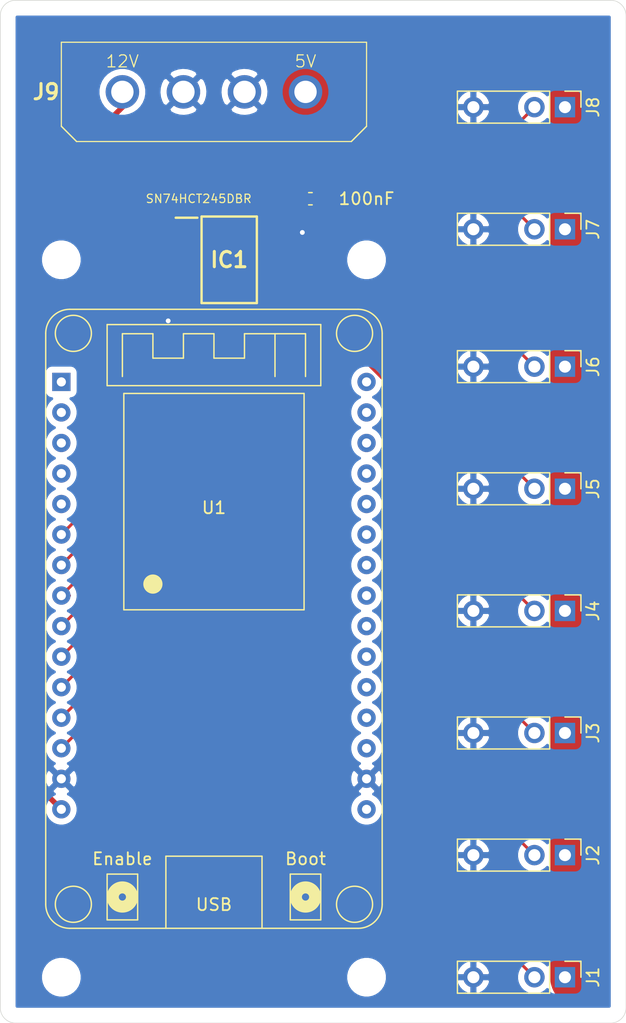
<source format=kicad_pcb>
(kicad_pcb (version 20171130) (host pcbnew "(5.1.9)-1")

  (general
    (thickness 1.6)
    (drawings 10)
    (tracks 93)
    (zones 0)
    (modules 16)
    (nets 40)
  )

  (page A4)
  (layers
    (0 F.Cu signal)
    (31 B.Cu signal)
    (32 B.Adhes user hide)
    (33 F.Adhes user hide)
    (34 B.Paste user hide)
    (35 F.Paste user hide)
    (36 B.SilkS user hide)
    (37 F.SilkS user)
    (38 B.Mask user hide)
    (39 F.Mask user)
    (40 Dwgs.User user hide)
    (41 Cmts.User user hide)
    (42 Eco1.User user hide)
    (43 Eco2.User user hide)
    (44 Edge.Cuts user)
    (45 Margin user hide)
    (46 B.CrtYd user hide)
    (47 F.CrtYd user)
    (48 B.Fab user hide)
    (49 F.Fab user hide)
  )

  (setup
    (last_trace_width 0.25)
    (user_trace_width 0.45)
    (user_trace_width 0.75)
    (user_trace_width 1)
    (user_trace_width 5)
    (trace_clearance 0.2)
    (zone_clearance 0.508)
    (zone_45_only no)
    (trace_min 0.2)
    (via_size 0.8)
    (via_drill 0.4)
    (via_min_size 0.4)
    (via_min_drill 0.3)
    (uvia_size 0.3)
    (uvia_drill 0.1)
    (uvias_allowed no)
    (uvia_min_size 0.2)
    (uvia_min_drill 0.1)
    (edge_width 0.05)
    (segment_width 0.2)
    (pcb_text_width 0.3)
    (pcb_text_size 1.5 1.5)
    (mod_edge_width 0.12)
    (mod_text_size 1 1)
    (mod_text_width 0.15)
    (pad_size 1.7 1.7)
    (pad_drill 1)
    (pad_to_mask_clearance 0)
    (aux_axis_origin 0 0)
    (grid_origin 154.94 128.27)
    (visible_elements 7FFFFFFF)
    (pcbplotparams
      (layerselection 0x010fc_ffffffff)
      (usegerberextensions false)
      (usegerberattributes true)
      (usegerberadvancedattributes true)
      (creategerberjobfile true)
      (excludeedgelayer true)
      (linewidth 0.100000)
      (plotframeref false)
      (viasonmask false)
      (mode 1)
      (useauxorigin false)
      (hpglpennumber 1)
      (hpglpenspeed 20)
      (hpglpendiameter 15.000000)
      (psnegative false)
      (psa4output false)
      (plotreference true)
      (plotvalue true)
      (plotinvisibletext false)
      (padsonsilk false)
      (subtractmaskfromsilk false)
      (outputformat 1)
      (mirror false)
      (drillshape 1)
      (scaleselection 1)
      (outputdirectory ""))
  )

  (net 0 "")
  (net 1 +5V)
  (net 2 GND)
  (net 3 "Net-(U1-Pad30)")
  (net 4 "Net-(U1-Pad29)")
  (net 5 "Net-(U1-Pad28)")
  (net 6 "Net-(U1-Pad27)")
  (net 7 "Net-(U1-Pad26)")
  (net 8 "Net-(U1-Pad25)")
  (net 9 "Net-(U1-Pad24)")
  (net 10 "Net-(U1-Pad23)")
  (net 11 "Net-(U1-Pad22)")
  (net 12 "Net-(U1-Pad21)")
  (net 13 "Net-(U1-Pad20)")
  (net 14 "Net-(U1-Pad19)")
  (net 15 "Net-(U1-Pad18)")
  (net 16 "Net-(U1-Pad16)")
  (net 17 "Net-(U1-Pad5)")
  (net 18 "Net-(U1-Pad4)")
  (net 19 "Net-(U1-Pad3)")
  (net 20 "Net-(U1-Pad2)")
  (net 21 "Net-(U1-Pad1)")
  (net 22 /A8)
  (net 23 /A7)
  (net 24 /A6)
  (net 25 /A5)
  (net 26 /A4)
  (net 27 /A3)
  (net 28 /A2)
  (net 29 /A1)
  (net 30 /B1)
  (net 31 /B2)
  (net 32 /B3)
  (net 33 /B4)
  (net 34 /B5)
  (net 35 /B6)
  (net 36 /B7)
  (net 37 /B8)
  (net 38 "Net-(C1-Pad1)")
  (net 39 +12V)

  (net_class Default "This is the default net class."
    (clearance 0.2)
    (trace_width 0.25)
    (via_dia 0.8)
    (via_drill 0.4)
    (uvia_dia 0.3)
    (uvia_drill 0.1)
    (add_net +12V)
    (add_net +5V)
    (add_net /A1)
    (add_net /A2)
    (add_net /A3)
    (add_net /A4)
    (add_net /A5)
    (add_net /A6)
    (add_net /A7)
    (add_net /A8)
    (add_net /B1)
    (add_net /B2)
    (add_net /B3)
    (add_net /B4)
    (add_net /B5)
    (add_net /B6)
    (add_net /B7)
    (add_net /B8)
    (add_net GND)
    (add_net "Net-(C1-Pad1)")
    (add_net "Net-(U1-Pad1)")
    (add_net "Net-(U1-Pad16)")
    (add_net "Net-(U1-Pad18)")
    (add_net "Net-(U1-Pad19)")
    (add_net "Net-(U1-Pad2)")
    (add_net "Net-(U1-Pad20)")
    (add_net "Net-(U1-Pad21)")
    (add_net "Net-(U1-Pad22)")
    (add_net "Net-(U1-Pad23)")
    (add_net "Net-(U1-Pad24)")
    (add_net "Net-(U1-Pad25)")
    (add_net "Net-(U1-Pad26)")
    (add_net "Net-(U1-Pad27)")
    (add_net "Net-(U1-Pad28)")
    (add_net "Net-(U1-Pad29)")
    (add_net "Net-(U1-Pad3)")
    (add_net "Net-(U1-Pad30)")
    (add_net "Net-(U1-Pad4)")
    (add_net "Net-(U1-Pad5)")
  )

  (module local:AMP_Mate_N_Lok (layer F.Cu) (tedit 605761CF) (tstamp 60562417)
    (at 153.67 68.58 180)
    (descr 350211-1-2)
    (tags Connector)
    (path /605872F5)
    (fp_text reference J9 (at 6.35 0 180) (layer F.SilkS)
      (effects (font (size 1.27 1.27) (thickness 0.254)))
    )
    (fp_text value "Molex Power" (at -7.62 0 180) (layer F.SilkS) hide
      (effects (font (size 1.27 1.27) (thickness 0.254)))
    )
    (fp_line (start -20.32 -4.13) (end 5.08 -4.13) (layer F.Fab) (width 0.2))
    (fp_line (start 5.08 -4.13) (end 5.08 4.13) (layer F.Fab) (width 0.2))
    (fp_line (start 5.08 4.13) (end -20.32 4.13) (layer F.Fab) (width 0.2))
    (fp_line (start -20.32 4.13) (end -20.32 -4.13) (layer F.Fab) (width 0.2))
    (fp_line (start -19.05 -4.13) (end 3.81 -4.13) (layer F.SilkS) (width 0.1))
    (fp_line (start 5.08 -2.86) (end 5.08 4.13) (layer F.SilkS) (width 0.1))
    (fp_line (start 5.08 4.13) (end -20.32 4.13) (layer F.SilkS) (width 0.1))
    (fp_line (start -20.32 4.13) (end -20.32 -2.86) (layer F.SilkS) (width 0.1))
    (fp_line (start -21.32 -6.47) (end 6.08 -6.47) (layer F.CrtYd) (width 0.1))
    (fp_line (start 6.08 -6.47) (end 6.08 6.93) (layer F.CrtYd) (width 0.1))
    (fp_line (start 6.08 6.93) (end -21.32 6.93) (layer F.CrtYd) (width 0.1))
    (fp_line (start -21.32 6.93) (end -21.32 -6.47) (layer F.CrtYd) (width 0.1))
    (fp_line (start -19.17 4.13) (end -19.17 5.93) (layer F.Fab) (width 0.2))
    (fp_line (start -19.17 5.93) (end -18.12 5.93) (layer F.Fab) (width 0.2))
    (fp_line (start -18.12 5.93) (end -18.12 4.13) (layer F.Fab) (width 0.2))
    (fp_line (start -13.92 4.13) (end -13.92 5.93) (layer F.Fab) (width 0.2))
    (fp_line (start -13.92 5.93) (end -12.87 5.93) (layer F.Fab) (width 0.2))
    (fp_line (start -12.87 5.93) (end -12.87 4.13) (layer F.Fab) (width 0.2))
    (fp_line (start -8.67 4.13) (end -8.67 5.93) (layer F.Fab) (width 0.2))
    (fp_line (start -8.67 5.93) (end -7.62 5.93) (layer F.Fab) (width 0.2))
    (fp_line (start -7.62 5.93) (end -7.62 4.13) (layer F.Fab) (width 0.2))
    (fp_line (start -3.42 4.13) (end -3.42 5.93) (layer F.Fab) (width 0.2))
    (fp_line (start -3.42 5.93) (end -2.37 5.93) (layer F.Fab) (width 0.2))
    (fp_line (start -2.37 5.93) (end -2.37 4.13) (layer F.Fab) (width 0.2))
    (fp_line (start 1.83 4.13) (end 1.83 5.93) (layer F.Fab) (width 0.2))
    (fp_line (start 1.83 5.93) (end 2.88 5.93) (layer F.Fab) (width 0.2))
    (fp_line (start 2.88 5.93) (end 2.88 4.13) (layer F.Fab) (width 0.2))
    (fp_line (start 5.08 -2.86) (end 3.81 -4.13) (layer F.SilkS) (width 0.12))
    (fp_line (start -20.32 -2.86) (end -19.05 -4.13) (layer F.SilkS) (width 0.12))
    (fp_text user %R (at -7.62 0.23 180) (layer F.Fab)
      (effects (font (size 1.27 1.27) (thickness 0.254)))
    )
    (pad 4 thru_hole circle (at -15.24 0 180) (size 2.79 2.79) (drill 1.86) (layers *.Cu *.Mask)
      (net 1 +5V))
    (pad 3 thru_hole circle (at -10.16 0 180) (size 2.79 2.79) (drill 1.86) (layers *.Cu *.Mask)
      (net 2 GND))
    (pad 2 thru_hole circle (at -5.08 0 180) (size 2.79 2.79) (drill 1.86) (layers *.Cu *.Mask)
      (net 2 GND))
    (pad 1 thru_hole circle (at 0 0 180) (size 2.79 2.79) (drill 1.86) (layers *.Cu *.Mask)
      (net 39 +12V))
    (model C:\Users\rob\OneDrive\Documents\Kicad\library\SamacSys\SamacSys_Parts.3dshapes\350211-1.stp
      (offset (xyz -7.619999771118113 -0.01999999925259523 10.1299999623035))
      (scale (xyz 1 1 1))
      (rotate (xyz 0 0 0))
    )
  )

  (module local:esp32_devkit_v1_doit (layer F.Cu) (tedit 5F4BBE44) (tstamp 6056246A)
    (at 161.29 92.71)
    (descr "ESPWROOM32, ESP32, 30 GPIOs version")
    (path /60562DD0)
    (attr smd)
    (fp_text reference U1 (at 0 10.47) (layer F.SilkS)
      (effects (font (size 1 1) (thickness 0.15)))
    )
    (fp_text value ESP32_DevKit_V1_DOIT (at 0 8.7) (layer F.Fab)
      (effects (font (size 1 1) (thickness 0.15)))
    )
    (fp_circle (center 7.62 42.855) (end 7.92 42.855) (layer F.SilkS) (width 1))
    (fp_circle (center -7.62 42.855) (end -7.32 42.855) (layer F.SilkS) (width 1))
    (fp_line (start -6.35 40.95) (end -6.35 44.76) (layer F.SilkS) (width 0.12))
    (fp_line (start -8.89 40.95) (end -6.35 40.95) (layer F.SilkS) (width 0.12))
    (fp_line (start -8.89 44.76) (end -8.89 40.95) (layer F.SilkS) (width 0.12))
    (fp_line (start -6.35 44.76) (end -8.89 44.76) (layer F.SilkS) (width 0.12))
    (fp_line (start 6.35 44.76) (end 6.35 40.95) (layer F.SilkS) (width 0.12))
    (fp_line (start 8.89 44.76) (end 6.35 44.76) (layer F.SilkS) (width 0.12))
    (fp_line (start 8.89 40.95) (end 8.89 44.76) (layer F.SilkS) (width 0.12))
    (fp_line (start 6.35 40.95) (end 8.89 40.95) (layer F.SilkS) (width 0.12))
    (fp_circle (center -5.08 16.82) (end -4.68 16.82) (layer F.SilkS) (width 0.8))
    (fp_line (start -7.5 18.96) (end -7.5 0.96) (layer F.SilkS) (width 0.12))
    (fp_line (start 7.5 18.96) (end -7.5 18.96) (layer F.SilkS) (width 0.12))
    (fp_line (start 7.5 0.96) (end 7.5 18.96) (layer F.SilkS) (width 0.12))
    (fp_line (start -7.5 0.96) (end 7.5 0.96) (layer F.SilkS) (width 0.12))
    (fp_line (start 5.08 -4.008) (end 5.08 -0.452) (layer F.SilkS) (width 0.12))
    (fp_line (start 7.62 -4.008) (end 7.62 -0.452) (layer F.SilkS) (width 0.12))
    (fp_line (start 2.54 -4.008) (end 7.62 -4.008) (layer F.SilkS) (width 0.12))
    (fp_line (start 2.54 -1.976) (end 2.54 -4.008) (layer F.SilkS) (width 0.12))
    (fp_line (start 0 -1.976) (end 2.54 -1.976) (layer F.SilkS) (width 0.12))
    (fp_line (start 0 -4.008) (end 0 -1.976) (layer F.SilkS) (width 0.12))
    (fp_line (start -2.54 -4.008) (end 0 -4.008) (layer F.SilkS) (width 0.12))
    (fp_line (start -2.54 -1.976) (end -2.54 -4.008) (layer F.SilkS) (width 0.12))
    (fp_line (start -5.08 -1.976) (end -2.54 -1.976) (layer F.SilkS) (width 0.12))
    (fp_line (start -5.08 -4.008) (end -5.08 -1.976) (layer F.SilkS) (width 0.12))
    (fp_line (start -7.62 -4.008) (end -5.08 -4.008) (layer F.SilkS) (width 0.12))
    (fp_line (start -7.62 -0.452) (end -7.62 -4.008) (layer F.SilkS) (width 0.12))
    (fp_line (start -8.89 0.31) (end -8.89 -4.77) (layer F.SilkS) (width 0.12))
    (fp_line (start 8.89 0.31) (end -8.89 0.31) (layer F.SilkS) (width 0.12))
    (fp_line (start 8.89 -4.77) (end 8.89 0.31) (layer F.SilkS) (width 0.12))
    (fp_line (start -8.89 -4.77) (end 8.89 -4.77) (layer F.SilkS) (width 0.12))
    (fp_line (start -4 39.46) (end 4 39.46) (layer F.SilkS) (width 0.12))
    (fp_line (start 4 39.46) (end 4 45.46) (layer F.SilkS) (width 0.12))
    (fp_line (start -4 39.46) (end -4 45.46) (layer F.SilkS) (width 0.12))
    (fp_circle (center 11.7 43.46) (end 13.2 43.46) (layer F.SilkS) (width 0.12))
    (fp_circle (center -11.7 43.46) (end -10.2 43.46) (layer F.SilkS) (width 0.12))
    (fp_line (start -12 -6.04) (end 12 -6.04) (layer F.SilkS) (width 0.12))
    (fp_line (start -12 45.46) (end 12 45.46) (layer F.SilkS) (width 0.12))
    (fp_line (start -14 -4.04) (end -14 43.46) (layer F.SilkS) (width 0.12))
    (fp_line (start 14 43.46) (end 14 -4.04) (layer F.SilkS) (width 0.12))
    (fp_circle (center 11.7 -4.04) (end 13.2 -4.04) (layer F.SilkS) (width 0.12))
    (fp_circle (center -11.7 -4.04) (end -10.2 -4.04) (layer F.SilkS) (width 0.12))
    (fp_arc (start 12 43.46) (end 12 45.46) (angle -90) (layer F.SilkS) (width 0.12))
    (fp_arc (start -12 43.46) (end -14 43.46) (angle -90) (layer F.SilkS) (width 0.12))
    (fp_arc (start -12 -4.04) (end -12 -6.04) (angle -90) (layer F.SilkS) (width 0.12))
    (fp_arc (start 12 -4.04) (end 14 -4.04) (angle -90) (layer F.SilkS) (width 0.12))
    (fp_text user Enable (at -7.62 39.68) (layer F.SilkS)
      (effects (font (size 1 1) (thickness 0.15)))
    )
    (fp_text user Boot (at 7.62 39.68) (layer F.SilkS)
      (effects (font (size 1 1) (thickness 0.15)))
    )
    (fp_text user USB (at 0 43.49) (layer F.SilkS)
      (effects (font (size 1 1) (thickness 0.15)))
    )
    (pad 30 thru_hole circle (at 12.7 0) (size 1.524 1.524) (drill 0.762) (layers *.Cu *.Mask)
      (net 3 "Net-(U1-Pad30)"))
    (pad 29 thru_hole circle (at 12.7 2.54) (size 1.524 1.524) (drill 0.762) (layers *.Cu *.Mask)
      (net 4 "Net-(U1-Pad29)"))
    (pad 28 thru_hole circle (at 12.7 5.08) (size 1.524 1.524) (drill 0.762) (layers *.Cu *.Mask)
      (net 5 "Net-(U1-Pad28)"))
    (pad 27 thru_hole circle (at 12.7 7.62) (size 1.524 1.524) (drill 0.762) (layers *.Cu *.Mask)
      (net 6 "Net-(U1-Pad27)"))
    (pad 26 thru_hole circle (at 12.7 10.16) (size 1.524 1.524) (drill 0.762) (layers *.Cu *.Mask)
      (net 7 "Net-(U1-Pad26)"))
    (pad 25 thru_hole circle (at 12.7 12.7) (size 1.524 1.524) (drill 0.762) (layers *.Cu *.Mask)
      (net 8 "Net-(U1-Pad25)"))
    (pad 24 thru_hole circle (at 12.7 15.24) (size 1.524 1.524) (drill 0.762) (layers *.Cu *.Mask)
      (net 9 "Net-(U1-Pad24)"))
    (pad 23 thru_hole circle (at 12.7 17.78) (size 1.524 1.524) (drill 0.762) (layers *.Cu *.Mask)
      (net 10 "Net-(U1-Pad23)"))
    (pad 22 thru_hole circle (at 12.7 20.32) (size 1.524 1.524) (drill 0.762) (layers *.Cu *.Mask)
      (net 11 "Net-(U1-Pad22)"))
    (pad 21 thru_hole circle (at 12.7 22.86) (size 1.524 1.524) (drill 0.762) (layers *.Cu *.Mask)
      (net 12 "Net-(U1-Pad21)"))
    (pad 20 thru_hole circle (at 12.7 25.4) (size 1.524 1.524) (drill 0.762) (layers *.Cu *.Mask)
      (net 13 "Net-(U1-Pad20)"))
    (pad 19 thru_hole circle (at 12.7 27.94) (size 1.524 1.524) (drill 0.762) (layers *.Cu *.Mask)
      (net 14 "Net-(U1-Pad19)"))
    (pad 18 thru_hole circle (at 12.7 30.48) (size 1.524 1.524) (drill 0.762) (layers *.Cu *.Mask)
      (net 15 "Net-(U1-Pad18)"))
    (pad 17 thru_hole circle (at 12.7 33.02) (size 1.524 1.524) (drill 0.762) (layers *.Cu *.Mask)
      (net 2 GND))
    (pad 16 thru_hole circle (at 12.7 35.56) (size 1.524 1.524) (drill 0.762) (layers *.Cu *.Mask)
      (net 16 "Net-(U1-Pad16)"))
    (pad 15 thru_hole circle (at -12.7 35.56) (size 1.524 1.524) (drill 0.762) (layers *.Cu *.Mask)
      (net 39 +12V))
    (pad 14 thru_hole circle (at -12.7 33.02) (size 1.524 1.524) (drill 0.762) (layers *.Cu *.Mask)
      (net 2 GND))
    (pad 13 thru_hole circle (at -12.7 30.48) (size 1.524 1.524) (drill 0.762) (layers *.Cu *.Mask)
      (net 22 /A8))
    (pad 12 thru_hole circle (at -12.7 27.94) (size 1.524 1.524) (drill 0.762) (layers *.Cu *.Mask)
      (net 23 /A7))
    (pad 11 thru_hole circle (at -12.7 25.4) (size 1.524 1.524) (drill 0.762) (layers *.Cu *.Mask)
      (net 24 /A6))
    (pad 10 thru_hole circle (at -12.7 22.86) (size 1.524 1.524) (drill 0.762) (layers *.Cu *.Mask)
      (net 25 /A5))
    (pad 9 thru_hole circle (at -12.7 20.32) (size 1.524 1.524) (drill 0.762) (layers *.Cu *.Mask)
      (net 26 /A4))
    (pad 8 thru_hole circle (at -12.7 17.78) (size 1.524 1.524) (drill 0.762) (layers *.Cu *.Mask)
      (net 27 /A3))
    (pad 7 thru_hole circle (at -12.7 15.24) (size 1.524 1.524) (drill 0.762) (layers *.Cu *.Mask)
      (net 28 /A2))
    (pad 6 thru_hole circle (at -12.7 12.7) (size 1.524 1.524) (drill 0.762) (layers *.Cu *.Mask)
      (net 29 /A1))
    (pad 5 thru_hole circle (at -12.7 10.16) (size 1.524 1.524) (drill 0.762) (layers *.Cu *.Mask)
      (net 17 "Net-(U1-Pad5)"))
    (pad 4 thru_hole circle (at -12.7 7.62) (size 1.524 1.524) (drill 0.762) (layers *.Cu *.Mask)
      (net 18 "Net-(U1-Pad4)"))
    (pad 3 thru_hole circle (at -12.7 5.08) (size 1.524 1.524) (drill 0.762) (layers *.Cu *.Mask)
      (net 19 "Net-(U1-Pad3)"))
    (pad 2 thru_hole circle (at -12.7 2.54) (size 1.524 1.524) (drill 0.762) (layers *.Cu *.Mask)
      (net 20 "Net-(U1-Pad2)"))
    (pad 1 thru_hole rect (at -12.7 0) (size 1.524 1.524) (drill 0.762) (layers *.Cu *.Mask)
      (net 21 "Net-(U1-Pad1)"))
    (model ${KISYS3DMOD}/Button_Switch_SMD.3dshapes/SW_SPST_B3U-1000P-B.wrl
      (offset (xyz 7.5 -43 4))
      (scale (xyz 1 1 1))
      (rotate (xyz 0 0 90))
    )
    (model ${KISYS3DMOD}/Button_Switch_SMD.3dshapes/SW_SPST_B3U-1000P-B.wrl
      (offset (xyz -7.5 -43 4))
      (scale (xyz 1 1 1))
      (rotate (xyz 0 0 90))
    )
    (model ${KISYS3DMOD}/Connector_PinHeader_2.54mm.3dshapes/PinHeader_1x15_P2.54mm_Vertical.wrl
      (offset (xyz -12.7 0 2.5))
      (scale (xyz 1 1 1))
      (rotate (xyz 0 180 0))
    )
    (model ${KISYS3DMOD}/Connector_PinHeader_2.54mm.3dshapes/PinHeader_1x15_P2.54mm_Vertical.wrl
      (offset (xyz 12.7 0 2.5))
      (scale (xyz 1 1 1))
      (rotate (xyz 0 180 0))
    )
    (model ${VL_PACKAGES3D}/esp32_devkit_v1_doit.3dshapes/esp32_devkit_v1_doit.step
      (offset (xyz -12.7 0 2.5))
      (scale (xyz 1 1 1))
      (rotate (xyz 0 0 0))
    )
    (model ${KISYS3DMOD}/Connector_USB.3dshapes/USB_Micro-B_Molex_47346-0001.wrl
      (offset (xyz 0 -42 4))
      (scale (xyz 1 1 1))
      (rotate (xyz 0 0 0))
    )
    (model ${KISYS3DMOD}/LED_SMD.3dshapes/LED_1206_3216Metric.wrl
      (offset (xyz -6 -23 4))
      (scale (xyz 1 1 1))
      (rotate (xyz 0 0 -90))
    )
    (model ${KISYS3DMOD}/LED_SMD.3dshapes/LED_1206_3216Metric.wrl
      (offset (xyz 6 -23 4))
      (scale (xyz 1 1 1))
      (rotate (xyz 0 0 -90))
    )
    (model ${KISYS3DMOD}/Capacitor_Tantalum_SMD.3dshapes/CP_EIA-2012-15_AVX-P.wrl
      (offset (xyz -6.5 -27.5 4))
      (scale (xyz 1 1 1))
      (rotate (xyz 0 0 0))
    )
    (model ${KISYS3DMOD}/Package_TO_SOT_SMD.3dshapes/SOT-223.wrl
      (offset (xyz -6 -33 4))
      (scale (xyz 1 1 1))
      (rotate (xyz 0 0 -180))
    )
    (model ${KISYS3DMOD}/Resistor_SMD.3dshapes/R_0603_1608Metric.wrl
      (offset (xyz -7 -38.5 4))
      (scale (xyz 1 1 1))
      (rotate (xyz 0 0 0))
    )
    (model ${KISYS3DMOD}/Resistor_SMD.3dshapes/R_0603_1608Metric.wrl
      (offset (xyz 8.5 -38.5 4))
      (scale (xyz 1 1 1))
      (rotate (xyz 0 0 0))
    )
    (model ${KISYS3DMOD}/Resistor_SMD.3dshapes/R_0603_1608Metric.wrl
      (offset (xyz 5.5 -38.5 4))
      (scale (xyz 1 1 1))
      (rotate (xyz 0 0 0))
    )
    (model ${KISYS3DMOD}/Package_TO_SOT_SMD.3dshapes/SOT-23.wrl
      (offset (xyz -0.5 -27.5 4))
      (scale (xyz 1 1 1))
      (rotate (xyz 0 0 0))
    )
    (model ${KISYS3DMOD}/Package_TO_SOT_SMD.3dshapes/SOT-23.wrl
      (offset (xyz 6 -27.5 4))
      (scale (xyz 1 1 1))
      (rotate (xyz 0 0 -180))
    )
    (model ${KISYS3DMOD}/Resistor_SMD.3dshapes/R_0603_1608Metric.wrl
      (offset (xyz 9 -27.5 4))
      (scale (xyz 1 1 1))
      (rotate (xyz 0 0 90))
    )
    (model ${KISYS3DMOD}/Resistor_SMD.3dshapes/R_0603_1608Metric.wrl
      (offset (xyz -3.5 -27.5 4))
      (scale (xyz 1 1 1))
      (rotate (xyz 0 0 90))
    )
    (model ${KISYS3DMOD}/Capacitor_SMD.3dshapes/C_0603_1608Metric.wrl
      (offset (xyz -0.5 -38.5 4))
      (scale (xyz 1 1 1))
      (rotate (xyz 0 0 0))
    )
    (model ${KISYS3DMOD}/Diode_SMD.3dshapes/D_0603_1608Metric.wrl
      (offset (xyz -3 -38.5 4))
      (scale (xyz 1 1 1))
      (rotate (xyz 0 0 0))
    )
    (model ${KISYS3DMOD}/Resistor_SMD.3dshapes/R_0603_1608Metric.wrl
      (offset (xyz -3 -23 4))
      (scale (xyz 1 1 1))
      (rotate (xyz 0 0 90))
    )
    (model ${KISYS3DMOD}/Resistor_SMD.3dshapes/R_0603_1608Metric.wrl
      (offset (xyz -1.5 -23 4))
      (scale (xyz 1 1 1))
      (rotate (xyz 0 0 90))
    )
    (model ${KISYS3DMOD}/Resistor_SMD.3dshapes/R_0603_1608Metric.wrl
      (offset (xyz 0 -23 4))
      (scale (xyz 1 1 1))
      (rotate (xyz 0 0 90))
    )
    (model ${KISYS3DMOD}/Resistor_SMD.3dshapes/R_0603_1608Metric.wrl
      (offset (xyz 1.5 -23 4))
      (scale (xyz 1 1 1))
      (rotate (xyz 0 0 90))
    )
    (model ${KISYS3DMOD}/Resistor_SMD.3dshapes/R_0603_1608Metric.wrl
      (offset (xyz 3 -23 4))
      (scale (xyz 1 1 1))
      (rotate (xyz 0 0 90))
    )
    (model ${KISYS3DMOD}/Package_DFN_QFN.3dshapes/QFN-28-1EP_5x5mm_P0.5mm_EP3.35x3.35mm.wrl
      (offset (xyz 7 -33.5 4))
      (scale (xyz 1 1 1))
      (rotate (xyz 0 0 0))
    )
    (model ${KISYS3DMOD}/Resistor_SMD.3dshapes/R_0603_1608Metric.wrl
      (offset (xyz 8.5 -22 4))
      (scale (xyz 1 1 1))
      (rotate (xyz 0 0 0))
    )
    (model ${KISYS3DMOD}/Resistor_SMD.3dshapes/R_0603_1608Metric.wrl
      (offset (xyz 8.5 -24 4))
      (scale (xyz 1 1 1))
      (rotate (xyz 0 0 0))
    )
    (model ${KISYS3DMOD}/Capacitor_SMD.3dshapes/C_0603_1608Metric.wrl
      (offset (xyz -8.5 -22 4))
      (scale (xyz 1 1 1))
      (rotate (xyz 0 0 0))
    )
    (model ${KISYS3DMOD}/Capacitor_SMD.3dshapes/C_0603_1608Metric.wrl
      (offset (xyz -8.5 -24 4))
      (scale (xyz 1 1 1))
      (rotate (xyz 0 0 0))
    )
    (model ${KISYS3DMOD}/RF_Module.3dshapes/ESP32-WROOM-32.wrl
      (offset (xyz 0 -10 4))
      (scale (xyz 1 1 1))
      (rotate (xyz 0 0 0))
    )
  )

  (module Capacitor_SMD:C_0603_1608Metric_Pad1.08x0.95mm_HandSolder (layer F.Cu) (tedit 5F68FEEF) (tstamp 605758D3)
    (at 169.3175 77.47)
    (descr "Capacitor SMD 0603 (1608 Metric), square (rectangular) end terminal, IPC_7351 nominal with elongated pad for handsoldering. (Body size source: IPC-SM-782 page 76, https://www.pcb-3d.com/wordpress/wp-content/uploads/ipc-sm-782a_amendment_1_and_2.pdf), generated with kicad-footprint-generator")
    (tags "capacitor handsolder")
    (path /605A5048)
    (attr smd)
    (fp_text reference 100nF (at 4.6725 0) (layer F.SilkS)
      (effects (font (size 1 1) (thickness 0.15)))
    )
    (fp_text value C_Small (at 0 1.43) (layer F.Fab)
      (effects (font (size 1 1) (thickness 0.15)))
    )
    (fp_text user %R (at 0 0) (layer F.Fab)
      (effects (font (size 0.4 0.4) (thickness 0.06)))
    )
    (fp_line (start -0.8 0.4) (end -0.8 -0.4) (layer F.Fab) (width 0.1))
    (fp_line (start -0.8 -0.4) (end 0.8 -0.4) (layer F.Fab) (width 0.1))
    (fp_line (start 0.8 -0.4) (end 0.8 0.4) (layer F.Fab) (width 0.1))
    (fp_line (start 0.8 0.4) (end -0.8 0.4) (layer F.Fab) (width 0.1))
    (fp_line (start -0.146267 -0.51) (end 0.146267 -0.51) (layer F.SilkS) (width 0.12))
    (fp_line (start -0.146267 0.51) (end 0.146267 0.51) (layer F.SilkS) (width 0.12))
    (fp_line (start -1.65 0.73) (end -1.65 -0.73) (layer F.CrtYd) (width 0.05))
    (fp_line (start -1.65 -0.73) (end 1.65 -0.73) (layer F.CrtYd) (width 0.05))
    (fp_line (start 1.65 -0.73) (end 1.65 0.73) (layer F.CrtYd) (width 0.05))
    (fp_line (start 1.65 0.73) (end -1.65 0.73) (layer F.CrtYd) (width 0.05))
    (pad 2 smd roundrect (at 0.8625 0) (size 1.075 0.95) (layers F.Cu F.Paste F.Mask) (roundrect_rratio 0.25)
      (net 1 +5V))
    (pad 1 smd roundrect (at -0.8625 0) (size 1.075 0.95) (layers F.Cu F.Paste F.Mask) (roundrect_rratio 0.25)
      (net 38 "Net-(C1-Pad1)"))
    (model ${KISYS3DMOD}/Capacitor_SMD.3dshapes/C_0603_1608Metric.wrl
      (at (xyz 0 0 0))
      (scale (xyz 1 1 1))
      (rotate (xyz 0 0 0))
    )
  )

  (module MountingHole:MountingHole_2.2mm_M2 (layer F.Cu) (tedit 56D1B4CB) (tstamp 6056C499)
    (at 173.99 142.24)
    (descr "Mounting Hole 2.2mm, no annular, M2")
    (tags "mounting hole 2.2mm no annular m2")
    (path /605875BF)
    (attr virtual)
    (fp_text reference H4 (at 0 -3.2) (layer F.SilkS) hide
      (effects (font (size 1 1) (thickness 0.15)))
    )
    (fp_text value MountingHole (at 0 3.2) (layer F.Fab)
      (effects (font (size 1 1) (thickness 0.15)))
    )
    (fp_circle (center 0 0) (end 2.2 0) (layer Cmts.User) (width 0.15))
    (fp_circle (center 0 0) (end 2.45 0) (layer F.CrtYd) (width 0.05))
    (fp_text user %R (at 0.3 0) (layer F.Fab)
      (effects (font (size 1 1) (thickness 0.15)))
    )
    (pad 1 np_thru_hole circle (at 0 0) (size 2.2 2.2) (drill 2.2) (layers *.Cu *.Mask))
  )

  (module MountingHole:MountingHole_2.2mm_M2 (layer F.Cu) (tedit 56D1B4CB) (tstamp 6056C491)
    (at 148.59 142.24)
    (descr "Mounting Hole 2.2mm, no annular, M2")
    (tags "mounting hole 2.2mm no annular m2")
    (path /605873F3)
    (attr virtual)
    (fp_text reference H3 (at 0 -3.2) (layer F.SilkS) hide
      (effects (font (size 1 1) (thickness 0.15)))
    )
    (fp_text value MountingHole (at 0 3.2) (layer F.Fab)
      (effects (font (size 1 1) (thickness 0.15)))
    )
    (fp_circle (center 0 0) (end 2.2 0) (layer Cmts.User) (width 0.15))
    (fp_circle (center 0 0) (end 2.45 0) (layer F.CrtYd) (width 0.05))
    (fp_text user %R (at 0.3 0) (layer F.Fab)
      (effects (font (size 1 1) (thickness 0.15)))
    )
    (pad 1 np_thru_hole circle (at 0 0) (size 2.2 2.2) (drill 2.2) (layers *.Cu *.Mask))
  )

  (module local:SN74HCT245DBR (layer F.Cu) (tedit 60571F17) (tstamp 6056AA24)
    (at 162.56 82.55)
    (descr SN74HCT245DBR)
    (tags "Integrated Circuit")
    (path /60573DD7)
    (attr smd)
    (fp_text reference IC1 (at 0 0) (layer F.SilkS)
      (effects (font (size 1.27 1.27) (thickness 0.254)))
    )
    (fp_text value SN74HCT245DBR (at -2.54 -5.08) (layer F.SilkS)
      (effects (font (size 0.7 0.7) (thickness 0.1)))
    )
    (fp_line (start -4.7 -4) (end 4.7 -4) (layer F.CrtYd) (width 0.05))
    (fp_line (start 4.7 -4) (end 4.7 4) (layer F.CrtYd) (width 0.05))
    (fp_line (start 4.7 4) (end -4.7 4) (layer F.CrtYd) (width 0.05))
    (fp_line (start -4.7 4) (end -4.7 -4) (layer F.CrtYd) (width 0.05))
    (fp_line (start -2.65 -3.6) (end 2.65 -3.6) (layer F.Fab) (width 0.1))
    (fp_line (start 2.65 -3.6) (end 2.65 3.6) (layer F.Fab) (width 0.1))
    (fp_line (start 2.65 3.6) (end -2.65 3.6) (layer F.Fab) (width 0.1))
    (fp_line (start -2.65 3.6) (end -2.65 -3.6) (layer F.Fab) (width 0.1))
    (fp_line (start -2.65 -2.95) (end -2 -3.6) (layer F.Fab) (width 0.1))
    (fp_line (start -2.3 -3.6) (end 2.3 -3.6) (layer F.SilkS) (width 0.2))
    (fp_line (start 2.3 -3.6) (end 2.3 3.6) (layer F.SilkS) (width 0.2))
    (fp_line (start 2.3 3.6) (end -2.3 3.6) (layer F.SilkS) (width 0.2))
    (fp_line (start -2.3 3.6) (end -2.3 -3.6) (layer F.SilkS) (width 0.2))
    (fp_line (start -4.45 -3.5) (end -2.65 -3.5) (layer F.SilkS) (width 0.2))
    (fp_text user %R (at 0 0) (layer F.Fab)
      (effects (font (size 1.27 1.27) (thickness 0.254)))
    )
    (pad 20 smd rect (at 3.55 -2.925 90) (size 0.45 1.8) (layers F.Cu F.Paste F.Mask)
      (net 38 "Net-(C1-Pad1)"))
    (pad 19 smd rect (at 3.55 -2.275 90) (size 0.45 1.8) (layers F.Cu F.Paste F.Mask)
      (net 2 GND))
    (pad 18 smd rect (at 3.55 -1.625 90) (size 0.45 1.8) (layers F.Cu F.Paste F.Mask)
      (net 30 /B1))
    (pad 17 smd rect (at 3.55 -0.975 90) (size 0.45 1.8) (layers F.Cu F.Paste F.Mask)
      (net 31 /B2))
    (pad 16 smd rect (at 3.55 -0.325 90) (size 0.45 1.8) (layers F.Cu F.Paste F.Mask)
      (net 32 /B3))
    (pad 15 smd rect (at 3.55 0.325 90) (size 0.45 1.8) (layers F.Cu F.Paste F.Mask)
      (net 33 /B4))
    (pad 14 smd rect (at 3.55 0.975 90) (size 0.45 1.8) (layers F.Cu F.Paste F.Mask)
      (net 34 /B5))
    (pad 13 smd rect (at 3.55 1.625 90) (size 0.45 1.8) (layers F.Cu F.Paste F.Mask)
      (net 35 /B6))
    (pad 12 smd rect (at 3.55 2.275 90) (size 0.45 1.8) (layers F.Cu F.Paste F.Mask)
      (net 36 /B7))
    (pad 11 smd rect (at 3.55 2.925 90) (size 0.45 1.8) (layers F.Cu F.Paste F.Mask)
      (net 37 /B8))
    (pad 10 smd rect (at -3.55 2.925 90) (size 0.45 1.8) (layers F.Cu F.Paste F.Mask)
      (net 2 GND))
    (pad 9 smd rect (at -3.55 2.275 90) (size 0.45 1.8) (layers F.Cu F.Paste F.Mask)
      (net 22 /A8))
    (pad 8 smd rect (at -3.55 1.625 90) (size 0.45 1.8) (layers F.Cu F.Paste F.Mask)
      (net 23 /A7))
    (pad 7 smd rect (at -3.55 0.975 90) (size 0.45 1.8) (layers F.Cu F.Paste F.Mask)
      (net 24 /A6))
    (pad 6 smd rect (at -3.55 0.325 90) (size 0.45 1.8) (layers F.Cu F.Paste F.Mask)
      (net 25 /A5))
    (pad 5 smd rect (at -3.55 -0.325 90) (size 0.45 1.8) (layers F.Cu F.Paste F.Mask)
      (net 26 /A4))
    (pad 4 smd rect (at -3.55 -0.975 90) (size 0.45 1.8) (layers F.Cu F.Paste F.Mask)
      (net 27 /A3))
    (pad 3 smd rect (at -3.55 -1.625 90) (size 0.45 1.8) (layers F.Cu F.Paste F.Mask)
      (net 28 /A2))
    (pad 2 smd rect (at -3.55 -2.275 90) (size 0.45 1.8) (layers F.Cu F.Paste F.Mask)
      (net 29 /A1))
    (pad 1 smd rect (at -3.55 -2.925 90) (size 0.45 1.8) (layers F.Cu F.Paste F.Mask)
      (net 1 +5V))
    (model C:\Users\rob\OneDrive\Documents\Kicad\library\SamacSys\SamacSys_Parts.3dshapes\SN74HCT245DBR.stp
      (at (xyz 0 0 0))
      (scale (xyz 1 1 1))
      (rotate (xyz 0 0 0))
    )
  )

  (module MountingHole:MountingHole_2.2mm_M2 (layer F.Cu) (tedit 56D1B4CB) (tstamp 605691E4)
    (at 173.99 82.55 180)
    (descr "Mounting Hole 2.2mm, no annular, M2")
    (tags "mounting hole 2.2mm no annular m2")
    (path /6056FCE4)
    (attr virtual)
    (fp_text reference H2 (at 0 -3.2) (layer F.SilkS) hide
      (effects (font (size 1 1) (thickness 0.15)))
    )
    (fp_text value MountingHole (at 0 3.2) (layer F.Fab)
      (effects (font (size 1 1) (thickness 0.15)))
    )
    (fp_circle (center 0 0) (end 2.45 0) (layer F.CrtYd) (width 0.05))
    (fp_circle (center 0 0) (end 2.2 0) (layer Cmts.User) (width 0.15))
    (fp_text user %R (at 0.3 0) (layer F.Fab)
      (effects (font (size 1 1) (thickness 0.15)))
    )
    (pad 1 np_thru_hole circle (at 0 0 180) (size 2.2 2.2) (drill 2.2) (layers *.Cu *.Mask))
  )

  (module MountingHole:MountingHole_2.2mm_M2 (layer F.Cu) (tedit 56D1B4CB) (tstamp 605691DC)
    (at 148.59 82.55 180)
    (descr "Mounting Hole 2.2mm, no annular, M2")
    (tags "mounting hole 2.2mm no annular m2")
    (path /6056E5FB)
    (attr virtual)
    (fp_text reference H1 (at 0 -3.2) (layer F.SilkS) hide
      (effects (font (size 1 1) (thickness 0.15)))
    )
    (fp_text value MountingHole (at 0 3.2) (layer F.Fab)
      (effects (font (size 1 1) (thickness 0.15)))
    )
    (fp_circle (center 0 0) (end 2.45 0) (layer F.CrtYd) (width 0.05))
    (fp_circle (center 0 0) (end 2.2 0) (layer Cmts.User) (width 0.15))
    (fp_text user %R (at 0.3 0) (layer F.Fab)
      (effects (font (size 1 1) (thickness 0.15)))
    )
    (pad 1 np_thru_hole circle (at 0 0 180) (size 2.2 2.2) (drill 2.2) (layers *.Cu *.Mask))
  )

  (module local:RGB_3-Pin (layer F.Cu) (tedit 605617FD) (tstamp 605623EF)
    (at 190.5 69.85 270)
    (descr "Through hole straight pin header, 1x04, 2.54mm pitch, single row")
    (tags "Through hole pin header THT 1x04 2.54mm single row")
    (path /60599B6D)
    (fp_text reference J8 (at 0 -2.33 90) (layer F.SilkS)
      (effects (font (size 1 1) (thickness 0.15)))
    )
    (fp_text value RGB_3_pin (at 0 9.95 90) (layer F.Fab)
      (effects (font (size 1 1) (thickness 0.15)))
    )
    (fp_line (start 1.8 -1.8) (end -1.8 -1.8) (layer F.CrtYd) (width 0.05))
    (fp_line (start 1.8 9.4) (end 1.8 -1.8) (layer F.CrtYd) (width 0.05))
    (fp_line (start -1.8 9.4) (end 1.8 9.4) (layer F.CrtYd) (width 0.05))
    (fp_line (start -1.8 -1.8) (end -1.8 9.4) (layer F.CrtYd) (width 0.05))
    (fp_line (start -1.33 -1.33) (end 0 -1.33) (layer F.SilkS) (width 0.12))
    (fp_line (start -1.33 0) (end -1.33 -1.33) (layer F.SilkS) (width 0.12))
    (fp_line (start -1.33 1.27) (end 1.33 1.27) (layer F.SilkS) (width 0.12))
    (fp_line (start 1.33 1.27) (end 1.33 8.95) (layer F.SilkS) (width 0.12))
    (fp_line (start -1.33 1.27) (end -1.33 8.95) (layer F.SilkS) (width 0.12))
    (fp_line (start -1.33 8.95) (end 1.33 8.95) (layer F.SilkS) (width 0.12))
    (fp_line (start -1.27 -0.635) (end -0.635 -1.27) (layer F.Fab) (width 0.1))
    (fp_line (start -1.27 8.89) (end -1.27 -0.635) (layer F.Fab) (width 0.1))
    (fp_line (start 1.27 8.89) (end -1.27 8.89) (layer F.Fab) (width 0.1))
    (fp_line (start 1.27 -1.27) (end 1.27 8.89) (layer F.Fab) (width 0.1))
    (fp_line (start -0.635 -1.27) (end 1.27 -1.27) (layer F.Fab) (width 0.1))
    (fp_text user %R (at 0 3.81) (layer F.Fab)
      (effects (font (size 1 1) (thickness 0.15)))
    )
    (pad 3 thru_hole oval (at 0 7.62 270) (size 1.7 1.7) (drill 1) (layers *.Cu *.Mask)
      (net 2 GND))
    (pad 2 thru_hole oval (at 0 2.54 270) (size 1.7 1.7) (drill 1) (layers *.Cu *.Mask)
      (net 30 /B1))
    (pad 1 thru_hole rect (at 0 0 270) (size 1.7 1.7) (drill 1) (layers *.Cu *.Mask)
      (net 1 +5V))
    (model ${KISYS3DMOD}/Connector_PinHeader_2.54mm.3dshapes/PinHeader_1x04_P2.54mm_Vertical.wrl
      (at (xyz 0 0 0))
      (scale (xyz 1 1 1))
      (rotate (xyz 0 0 0))
    )
  )

  (module local:RGB_3-Pin (layer F.Cu) (tedit 605617FD) (tstamp 605623D8)
    (at 190.5 80.01 270)
    (descr "Through hole straight pin header, 1x04, 2.54mm pitch, single row")
    (tags "Through hole pin header THT 1x04 2.54mm single row")
    (path /60599B63)
    (fp_text reference J7 (at 0 -2.33 90) (layer F.SilkS)
      (effects (font (size 1 1) (thickness 0.15)))
    )
    (fp_text value RGB_3_pin (at 0 9.95 90) (layer F.Fab)
      (effects (font (size 1 1) (thickness 0.15)))
    )
    (fp_line (start 1.8 -1.8) (end -1.8 -1.8) (layer F.CrtYd) (width 0.05))
    (fp_line (start 1.8 9.4) (end 1.8 -1.8) (layer F.CrtYd) (width 0.05))
    (fp_line (start -1.8 9.4) (end 1.8 9.4) (layer F.CrtYd) (width 0.05))
    (fp_line (start -1.8 -1.8) (end -1.8 9.4) (layer F.CrtYd) (width 0.05))
    (fp_line (start -1.33 -1.33) (end 0 -1.33) (layer F.SilkS) (width 0.12))
    (fp_line (start -1.33 0) (end -1.33 -1.33) (layer F.SilkS) (width 0.12))
    (fp_line (start -1.33 1.27) (end 1.33 1.27) (layer F.SilkS) (width 0.12))
    (fp_line (start 1.33 1.27) (end 1.33 8.95) (layer F.SilkS) (width 0.12))
    (fp_line (start -1.33 1.27) (end -1.33 8.95) (layer F.SilkS) (width 0.12))
    (fp_line (start -1.33 8.95) (end 1.33 8.95) (layer F.SilkS) (width 0.12))
    (fp_line (start -1.27 -0.635) (end -0.635 -1.27) (layer F.Fab) (width 0.1))
    (fp_line (start -1.27 8.89) (end -1.27 -0.635) (layer F.Fab) (width 0.1))
    (fp_line (start 1.27 8.89) (end -1.27 8.89) (layer F.Fab) (width 0.1))
    (fp_line (start 1.27 -1.27) (end 1.27 8.89) (layer F.Fab) (width 0.1))
    (fp_line (start -0.635 -1.27) (end 1.27 -1.27) (layer F.Fab) (width 0.1))
    (fp_text user %R (at 0 3.81) (layer F.Fab)
      (effects (font (size 1 1) (thickness 0.15)))
    )
    (pad 3 thru_hole oval (at 0 7.62 270) (size 1.7 1.7) (drill 1) (layers *.Cu *.Mask)
      (net 2 GND))
    (pad 2 thru_hole oval (at 0 2.54 270) (size 1.7 1.7) (drill 1) (layers *.Cu *.Mask)
      (net 31 /B2))
    (pad 1 thru_hole rect (at 0 0 270) (size 1.7 1.7) (drill 1) (layers *.Cu *.Mask)
      (net 1 +5V))
    (model ${KISYS3DMOD}/Connector_PinHeader_2.54mm.3dshapes/PinHeader_1x04_P2.54mm_Vertical.wrl
      (at (xyz 0 0 0))
      (scale (xyz 1 1 1))
      (rotate (xyz 0 0 0))
    )
  )

  (module local:RGB_3-Pin (layer F.Cu) (tedit 605617FD) (tstamp 605623C1)
    (at 190.5 91.44 270)
    (descr "Through hole straight pin header, 1x04, 2.54mm pitch, single row")
    (tags "Through hole pin header THT 1x04 2.54mm single row")
    (path /60599B59)
    (fp_text reference J6 (at 0 -2.33 90) (layer F.SilkS)
      (effects (font (size 1 1) (thickness 0.15)))
    )
    (fp_text value RGB_3_pin (at 0 9.95 90) (layer F.Fab)
      (effects (font (size 1 1) (thickness 0.15)))
    )
    (fp_line (start 1.8 -1.8) (end -1.8 -1.8) (layer F.CrtYd) (width 0.05))
    (fp_line (start 1.8 9.4) (end 1.8 -1.8) (layer F.CrtYd) (width 0.05))
    (fp_line (start -1.8 9.4) (end 1.8 9.4) (layer F.CrtYd) (width 0.05))
    (fp_line (start -1.8 -1.8) (end -1.8 9.4) (layer F.CrtYd) (width 0.05))
    (fp_line (start -1.33 -1.33) (end 0 -1.33) (layer F.SilkS) (width 0.12))
    (fp_line (start -1.33 0) (end -1.33 -1.33) (layer F.SilkS) (width 0.12))
    (fp_line (start -1.33 1.27) (end 1.33 1.27) (layer F.SilkS) (width 0.12))
    (fp_line (start 1.33 1.27) (end 1.33 8.95) (layer F.SilkS) (width 0.12))
    (fp_line (start -1.33 1.27) (end -1.33 8.95) (layer F.SilkS) (width 0.12))
    (fp_line (start -1.33 8.95) (end 1.33 8.95) (layer F.SilkS) (width 0.12))
    (fp_line (start -1.27 -0.635) (end -0.635 -1.27) (layer F.Fab) (width 0.1))
    (fp_line (start -1.27 8.89) (end -1.27 -0.635) (layer F.Fab) (width 0.1))
    (fp_line (start 1.27 8.89) (end -1.27 8.89) (layer F.Fab) (width 0.1))
    (fp_line (start 1.27 -1.27) (end 1.27 8.89) (layer F.Fab) (width 0.1))
    (fp_line (start -0.635 -1.27) (end 1.27 -1.27) (layer F.Fab) (width 0.1))
    (fp_text user %R (at 0 3.81) (layer F.Fab)
      (effects (font (size 1 1) (thickness 0.15)))
    )
    (pad 3 thru_hole oval (at 0 7.62 270) (size 1.7 1.7) (drill 1) (layers *.Cu *.Mask)
      (net 2 GND))
    (pad 2 thru_hole oval (at 0 2.54 270) (size 1.7 1.7) (drill 1) (layers *.Cu *.Mask)
      (net 32 /B3))
    (pad 1 thru_hole rect (at 0 0 270) (size 1.7 1.7) (drill 1) (layers *.Cu *.Mask)
      (net 1 +5V))
    (model ${KISYS3DMOD}/Connector_PinHeader_2.54mm.3dshapes/PinHeader_1x04_P2.54mm_Vertical.wrl
      (at (xyz 0 0 0))
      (scale (xyz 1 1 1))
      (rotate (xyz 0 0 0))
    )
  )

  (module local:RGB_3-Pin (layer F.Cu) (tedit 605617FD) (tstamp 605623AA)
    (at 190.5 101.6 270)
    (descr "Through hole straight pin header, 1x04, 2.54mm pitch, single row")
    (tags "Through hole pin header THT 1x04 2.54mm single row")
    (path /60599A4B)
    (fp_text reference J5 (at 0 -2.33 90) (layer F.SilkS)
      (effects (font (size 1 1) (thickness 0.15)))
    )
    (fp_text value RGB_3_pin (at 0 9.95 90) (layer F.Fab)
      (effects (font (size 1 1) (thickness 0.15)))
    )
    (fp_line (start 1.8 -1.8) (end -1.8 -1.8) (layer F.CrtYd) (width 0.05))
    (fp_line (start 1.8 9.4) (end 1.8 -1.8) (layer F.CrtYd) (width 0.05))
    (fp_line (start -1.8 9.4) (end 1.8 9.4) (layer F.CrtYd) (width 0.05))
    (fp_line (start -1.8 -1.8) (end -1.8 9.4) (layer F.CrtYd) (width 0.05))
    (fp_line (start -1.33 -1.33) (end 0 -1.33) (layer F.SilkS) (width 0.12))
    (fp_line (start -1.33 0) (end -1.33 -1.33) (layer F.SilkS) (width 0.12))
    (fp_line (start -1.33 1.27) (end 1.33 1.27) (layer F.SilkS) (width 0.12))
    (fp_line (start 1.33 1.27) (end 1.33 8.95) (layer F.SilkS) (width 0.12))
    (fp_line (start -1.33 1.27) (end -1.33 8.95) (layer F.SilkS) (width 0.12))
    (fp_line (start -1.33 8.95) (end 1.33 8.95) (layer F.SilkS) (width 0.12))
    (fp_line (start -1.27 -0.635) (end -0.635 -1.27) (layer F.Fab) (width 0.1))
    (fp_line (start -1.27 8.89) (end -1.27 -0.635) (layer F.Fab) (width 0.1))
    (fp_line (start 1.27 8.89) (end -1.27 8.89) (layer F.Fab) (width 0.1))
    (fp_line (start 1.27 -1.27) (end 1.27 8.89) (layer F.Fab) (width 0.1))
    (fp_line (start -0.635 -1.27) (end 1.27 -1.27) (layer F.Fab) (width 0.1))
    (fp_text user %R (at 0 3.81) (layer F.Fab)
      (effects (font (size 1 1) (thickness 0.15)))
    )
    (pad 3 thru_hole oval (at 0 7.62 270) (size 1.7 1.7) (drill 1) (layers *.Cu *.Mask)
      (net 2 GND))
    (pad 2 thru_hole oval (at 0 2.54 270) (size 1.7 1.7) (drill 1) (layers *.Cu *.Mask)
      (net 33 /B4))
    (pad 1 thru_hole rect (at 0 0 270) (size 1.7 1.7) (drill 1) (layers *.Cu *.Mask)
      (net 1 +5V))
    (model ${KISYS3DMOD}/Connector_PinHeader_2.54mm.3dshapes/PinHeader_1x04_P2.54mm_Vertical.wrl
      (at (xyz 0 0 0))
      (scale (xyz 1 1 1))
      (rotate (xyz 0 0 0))
    )
  )

  (module local:RGB_3-Pin (layer F.Cu) (tedit 605617FD) (tstamp 60562393)
    (at 190.5 111.76 270)
    (descr "Through hole straight pin header, 1x04, 2.54mm pitch, single row")
    (tags "Through hole pin header THT 1x04 2.54mm single row")
    (path /60595F15)
    (fp_text reference J4 (at 0 -2.33 90) (layer F.SilkS)
      (effects (font (size 1 1) (thickness 0.15)))
    )
    (fp_text value RGB_3_pin (at 0 9.95 90) (layer F.Fab)
      (effects (font (size 1 1) (thickness 0.15)))
    )
    (fp_line (start 1.8 -1.8) (end -1.8 -1.8) (layer F.CrtYd) (width 0.05))
    (fp_line (start 1.8 9.4) (end 1.8 -1.8) (layer F.CrtYd) (width 0.05))
    (fp_line (start -1.8 9.4) (end 1.8 9.4) (layer F.CrtYd) (width 0.05))
    (fp_line (start -1.8 -1.8) (end -1.8 9.4) (layer F.CrtYd) (width 0.05))
    (fp_line (start -1.33 -1.33) (end 0 -1.33) (layer F.SilkS) (width 0.12))
    (fp_line (start -1.33 0) (end -1.33 -1.33) (layer F.SilkS) (width 0.12))
    (fp_line (start -1.33 1.27) (end 1.33 1.27) (layer F.SilkS) (width 0.12))
    (fp_line (start 1.33 1.27) (end 1.33 8.95) (layer F.SilkS) (width 0.12))
    (fp_line (start -1.33 1.27) (end -1.33 8.95) (layer F.SilkS) (width 0.12))
    (fp_line (start -1.33 8.95) (end 1.33 8.95) (layer F.SilkS) (width 0.12))
    (fp_line (start -1.27 -0.635) (end -0.635 -1.27) (layer F.Fab) (width 0.1))
    (fp_line (start -1.27 8.89) (end -1.27 -0.635) (layer F.Fab) (width 0.1))
    (fp_line (start 1.27 8.89) (end -1.27 8.89) (layer F.Fab) (width 0.1))
    (fp_line (start 1.27 -1.27) (end 1.27 8.89) (layer F.Fab) (width 0.1))
    (fp_line (start -0.635 -1.27) (end 1.27 -1.27) (layer F.Fab) (width 0.1))
    (fp_text user %R (at 0 3.81) (layer F.Fab)
      (effects (font (size 1 1) (thickness 0.15)))
    )
    (pad 3 thru_hole oval (at 0 7.62 270) (size 1.7 1.7) (drill 1) (layers *.Cu *.Mask)
      (net 2 GND))
    (pad 2 thru_hole oval (at 0 2.54 270) (size 1.7 1.7) (drill 1) (layers *.Cu *.Mask)
      (net 34 /B5))
    (pad 1 thru_hole rect (at 0 0 270) (size 1.7 1.7) (drill 1) (layers *.Cu *.Mask)
      (net 1 +5V))
    (model ${KISYS3DMOD}/Connector_PinHeader_2.54mm.3dshapes/PinHeader_1x04_P2.54mm_Vertical.wrl
      (at (xyz 0 0 0))
      (scale (xyz 1 1 1))
      (rotate (xyz 0 0 0))
    )
  )

  (module local:RGB_3-Pin (layer F.Cu) (tedit 605617FD) (tstamp 6056237C)
    (at 190.5 121.92 270)
    (descr "Through hole straight pin header, 1x04, 2.54mm pitch, single row")
    (tags "Through hole pin header THT 1x04 2.54mm single row")
    (path /60595E37)
    (fp_text reference J3 (at 0 -2.33 90) (layer F.SilkS)
      (effects (font (size 1 1) (thickness 0.15)))
    )
    (fp_text value RGB_3_pin (at 0 9.95 90) (layer F.Fab)
      (effects (font (size 1 1) (thickness 0.15)))
    )
    (fp_line (start 1.8 -1.8) (end -1.8 -1.8) (layer F.CrtYd) (width 0.05))
    (fp_line (start 1.8 9.4) (end 1.8 -1.8) (layer F.CrtYd) (width 0.05))
    (fp_line (start -1.8 9.4) (end 1.8 9.4) (layer F.CrtYd) (width 0.05))
    (fp_line (start -1.8 -1.8) (end -1.8 9.4) (layer F.CrtYd) (width 0.05))
    (fp_line (start -1.33 -1.33) (end 0 -1.33) (layer F.SilkS) (width 0.12))
    (fp_line (start -1.33 0) (end -1.33 -1.33) (layer F.SilkS) (width 0.12))
    (fp_line (start -1.33 1.27) (end 1.33 1.27) (layer F.SilkS) (width 0.12))
    (fp_line (start 1.33 1.27) (end 1.33 8.95) (layer F.SilkS) (width 0.12))
    (fp_line (start -1.33 1.27) (end -1.33 8.95) (layer F.SilkS) (width 0.12))
    (fp_line (start -1.33 8.95) (end 1.33 8.95) (layer F.SilkS) (width 0.12))
    (fp_line (start -1.27 -0.635) (end -0.635 -1.27) (layer F.Fab) (width 0.1))
    (fp_line (start -1.27 8.89) (end -1.27 -0.635) (layer F.Fab) (width 0.1))
    (fp_line (start 1.27 8.89) (end -1.27 8.89) (layer F.Fab) (width 0.1))
    (fp_line (start 1.27 -1.27) (end 1.27 8.89) (layer F.Fab) (width 0.1))
    (fp_line (start -0.635 -1.27) (end 1.27 -1.27) (layer F.Fab) (width 0.1))
    (fp_text user %R (at 0 3.81) (layer F.Fab)
      (effects (font (size 1 1) (thickness 0.15)))
    )
    (pad 3 thru_hole oval (at 0 7.62 270) (size 1.7 1.7) (drill 1) (layers *.Cu *.Mask)
      (net 2 GND))
    (pad 2 thru_hole oval (at 0 2.54 270) (size 1.7 1.7) (drill 1) (layers *.Cu *.Mask)
      (net 35 /B6))
    (pad 1 thru_hole rect (at 0 0 270) (size 1.7 1.7) (drill 1) (layers *.Cu *.Mask)
      (net 1 +5V))
    (model ${KISYS3DMOD}/Connector_PinHeader_2.54mm.3dshapes/PinHeader_1x04_P2.54mm_Vertical.wrl
      (at (xyz 0 0 0))
      (scale (xyz 1 1 1))
      (rotate (xyz 0 0 0))
    )
  )

  (module local:RGB_3-Pin (layer F.Cu) (tedit 605617FD) (tstamp 60562365)
    (at 190.5 132.08 270)
    (descr "Through hole straight pin header, 1x04, 2.54mm pitch, single row")
    (tags "Through hole pin header THT 1x04 2.54mm single row")
    (path /60595303)
    (fp_text reference J2 (at 0 -2.33 90) (layer F.SilkS)
      (effects (font (size 1 1) (thickness 0.15)))
    )
    (fp_text value RGB_3_pin (at 0 9.95 90) (layer F.Fab)
      (effects (font (size 1 1) (thickness 0.15)))
    )
    (fp_line (start 1.8 -1.8) (end -1.8 -1.8) (layer F.CrtYd) (width 0.05))
    (fp_line (start 1.8 9.4) (end 1.8 -1.8) (layer F.CrtYd) (width 0.05))
    (fp_line (start -1.8 9.4) (end 1.8 9.4) (layer F.CrtYd) (width 0.05))
    (fp_line (start -1.8 -1.8) (end -1.8 9.4) (layer F.CrtYd) (width 0.05))
    (fp_line (start -1.33 -1.33) (end 0 -1.33) (layer F.SilkS) (width 0.12))
    (fp_line (start -1.33 0) (end -1.33 -1.33) (layer F.SilkS) (width 0.12))
    (fp_line (start -1.33 1.27) (end 1.33 1.27) (layer F.SilkS) (width 0.12))
    (fp_line (start 1.33 1.27) (end 1.33 8.95) (layer F.SilkS) (width 0.12))
    (fp_line (start -1.33 1.27) (end -1.33 8.95) (layer F.SilkS) (width 0.12))
    (fp_line (start -1.33 8.95) (end 1.33 8.95) (layer F.SilkS) (width 0.12))
    (fp_line (start -1.27 -0.635) (end -0.635 -1.27) (layer F.Fab) (width 0.1))
    (fp_line (start -1.27 8.89) (end -1.27 -0.635) (layer F.Fab) (width 0.1))
    (fp_line (start 1.27 8.89) (end -1.27 8.89) (layer F.Fab) (width 0.1))
    (fp_line (start 1.27 -1.27) (end 1.27 8.89) (layer F.Fab) (width 0.1))
    (fp_line (start -0.635 -1.27) (end 1.27 -1.27) (layer F.Fab) (width 0.1))
    (fp_text user %R (at 0 3.81) (layer F.Fab)
      (effects (font (size 1 1) (thickness 0.15)))
    )
    (pad 3 thru_hole oval (at 0 7.62 270) (size 1.7 1.7) (drill 1) (layers *.Cu *.Mask)
      (net 2 GND))
    (pad 2 thru_hole oval (at 0 2.54 270) (size 1.7 1.7) (drill 1) (layers *.Cu *.Mask)
      (net 36 /B7))
    (pad 1 thru_hole rect (at 0 0 270) (size 1.7 1.7) (drill 1) (layers *.Cu *.Mask)
      (net 1 +5V))
    (model ${KISYS3DMOD}/Connector_PinHeader_2.54mm.3dshapes/PinHeader_1x04_P2.54mm_Vertical.wrl
      (at (xyz 0 0 0))
      (scale (xyz 1 1 1))
      (rotate (xyz 0 0 0))
    )
  )

  (module local:RGB_3-Pin (layer F.Cu) (tedit 605617FD) (tstamp 6056234E)
    (at 190.5 142.24 270)
    (descr "Through hole straight pin header, 1x04, 2.54mm pitch, single row")
    (tags "Through hole pin header THT 1x04 2.54mm single row")
    (path /60583046)
    (fp_text reference J1 (at 0 -2.33 90) (layer F.SilkS)
      (effects (font (size 1 1) (thickness 0.15)))
    )
    (fp_text value RGB_3_pin (at 0 9.95 90) (layer F.Fab)
      (effects (font (size 1 1) (thickness 0.15)))
    )
    (fp_line (start 1.8 -1.8) (end -1.8 -1.8) (layer F.CrtYd) (width 0.05))
    (fp_line (start 1.8 9.4) (end 1.8 -1.8) (layer F.CrtYd) (width 0.05))
    (fp_line (start -1.8 9.4) (end 1.8 9.4) (layer F.CrtYd) (width 0.05))
    (fp_line (start -1.8 -1.8) (end -1.8 9.4) (layer F.CrtYd) (width 0.05))
    (fp_line (start -1.33 -1.33) (end 0 -1.33) (layer F.SilkS) (width 0.12))
    (fp_line (start -1.33 0) (end -1.33 -1.33) (layer F.SilkS) (width 0.12))
    (fp_line (start -1.33 1.27) (end 1.33 1.27) (layer F.SilkS) (width 0.12))
    (fp_line (start 1.33 1.27) (end 1.33 8.95) (layer F.SilkS) (width 0.12))
    (fp_line (start -1.33 1.27) (end -1.33 8.95) (layer F.SilkS) (width 0.12))
    (fp_line (start -1.33 8.95) (end 1.33 8.95) (layer F.SilkS) (width 0.12))
    (fp_line (start -1.27 -0.635) (end -0.635 -1.27) (layer F.Fab) (width 0.1))
    (fp_line (start -1.27 8.89) (end -1.27 -0.635) (layer F.Fab) (width 0.1))
    (fp_line (start 1.27 8.89) (end -1.27 8.89) (layer F.Fab) (width 0.1))
    (fp_line (start 1.27 -1.27) (end 1.27 8.89) (layer F.Fab) (width 0.1))
    (fp_line (start -0.635 -1.27) (end 1.27 -1.27) (layer F.Fab) (width 0.1))
    (fp_text user %R (at 0 3.81) (layer F.Fab)
      (effects (font (size 1 1) (thickness 0.15)))
    )
    (pad 3 thru_hole oval (at 0 7.62 270) (size 1.7 1.7) (drill 1) (layers *.Cu *.Mask)
      (net 2 GND))
    (pad 2 thru_hole oval (at 0 2.54 270) (size 1.7 1.7) (drill 1) (layers *.Cu *.Mask)
      (net 37 /B8))
    (pad 1 thru_hole rect (at 0 0 270) (size 1.7 1.7) (drill 1) (layers *.Cu *.Mask)
      (net 1 +5V))
    (model ${KISYS3DMOD}/Connector_PinHeader_2.54mm.3dshapes/PinHeader_1x04_P2.54mm_Vertical.wrl
      (at (xyz 0 0 0))
      (scale (xyz 1 1 1))
      (rotate (xyz 0 0 0))
    )
  )

  (gr_text 5V (at 168.91 66.04) (layer F.SilkS) (tstamp 60579040)
    (effects (font (size 1 1) (thickness 0.1)))
  )
  (gr_text "12V\n" (at 153.67 66.04) (layer F.SilkS)
    (effects (font (size 1 1) (thickness 0.1)))
  )
  (gr_line (start 143.51 62.23) (end 143.51 144.78) (layer Edge.Cuts) (width 0.05) (tstamp 60571E72))
  (gr_line (start 194.31 60.96) (end 144.78 60.96) (layer Edge.Cuts) (width 0.05) (tstamp 60571E71))
  (gr_line (start 195.58 144.78) (end 195.58 62.23) (layer Edge.Cuts) (width 0.05) (tstamp 60571E70))
  (gr_line (start 144.78 146.05) (end 194.31 146.05) (layer Edge.Cuts) (width 0.05) (tstamp 60571E6F))
  (gr_arc (start 194.31 62.23) (end 195.58 62.23) (angle -90) (layer Edge.Cuts) (width 0.05))
  (gr_arc (start 144.78 62.23) (end 144.78 60.96) (angle -90) (layer Edge.Cuts) (width 0.05))
  (gr_arc (start 144.78 144.78) (end 143.51 144.78) (angle -90) (layer Edge.Cuts) (width 0.05))
  (gr_arc (start 194.31 144.78) (end 194.31 146.05) (angle -90) (layer Edge.Cuts) (width 0.05))

  (segment (start 191.77 68.58) (end 191.77 142.24) (width 5) (layer F.Cu) (net 1))
  (segment (start 190.5 64.77) (end 191.77 68.58) (width 5) (layer F.Cu) (net 1))
  (segment (start 179.07 64.77) (end 190.5 64.77) (width 5) (layer F.Cu) (net 1))
  (segment (start 168.91 68.58) (end 175.26 68.58) (width 5) (layer F.Cu) (net 1))
  (segment (start 175.26 68.58) (end 179.07 64.77) (width 5) (layer F.Cu) (net 1))
  (segment (start 168.5025 68.9875) (end 168.91 68.58) (width 0.45) (layer F.Cu) (net 1))
  (segment (start 159.01 79.625) (end 160.405 79.625) (width 0.25) (layer F.Cu) (net 1))
  (segment (start 160.405 79.625) (end 166.37 73.66) (width 0.25) (layer F.Cu) (net 1))
  (segment (start 166.37 71.12) (end 168.91 68.58) (width 0.25) (layer F.Cu) (net 1))
  (segment (start 166.37 73.66) (end 166.37 71.12) (width 0.25) (layer F.Cu) (net 1))
  (segment (start 170.18 69.85) (end 168.91 68.58) (width 0.45) (layer F.Cu) (net 1))
  (segment (start 170.18 77.47) (end 170.18 69.85) (width 0.45) (layer F.Cu) (net 1))
  (via (at 157.48 87.63) (size 0.8) (drill 0.4) (layers F.Cu B.Cu) (net 2) (tstamp 60576F9F))
  (segment (start 159.01 86.1) (end 157.48 87.63) (width 0.45) (layer F.Cu) (net 2))
  (segment (start 159.01 85.475) (end 159.01 86.1) (width 0.45) (layer F.Cu) (net 2))
  (segment (start 166.11 80.275) (end 168.645 80.275) (width 0.45) (layer F.Cu) (net 2))
  (segment (start 168.645 80.275) (end 168.645 80.275) (width 0.45) (layer F.Cu) (net 2) (tstamp 60576FB4))
  (via (at 168.645 80.275) (size 0.8) (drill 0.4) (layers F.Cu B.Cu) (net 2))
  (segment (start 155.550069 116.229931) (end 148.59 123.19) (width 0.25) (layer F.Cu) (net 22))
  (segment (start 155.550069 87.224929) (end 155.550069 116.229931) (width 0.25) (layer F.Cu) (net 22))
  (segment (start 157.949998 84.825) (end 155.550069 87.224929) (width 0.25) (layer F.Cu) (net 22))
  (segment (start 159.01 84.825) (end 157.949998 84.825) (width 0.25) (layer F.Cu) (net 22))
  (segment (start 155.100059 114.139941) (end 148.59 120.65) (width 0.25) (layer F.Cu) (net 23))
  (segment (start 155.100059 87.024939) (end 155.100059 114.139941) (width 0.25) (layer F.Cu) (net 23))
  (segment (start 157.949998 84.175) (end 155.100059 87.024939) (width 0.25) (layer F.Cu) (net 23))
  (segment (start 159.01 84.175) (end 157.949998 84.175) (width 0.25) (layer F.Cu) (net 23))
  (segment (start 154.650049 112.049951) (end 148.59 118.11) (width 0.25) (layer F.Cu) (net 24))
  (segment (start 154.650049 86.824949) (end 154.650049 112.049951) (width 0.25) (layer F.Cu) (net 24))
  (segment (start 157.949998 83.525) (end 154.650049 86.824949) (width 0.25) (layer F.Cu) (net 24))
  (segment (start 159.01 83.525) (end 157.949998 83.525) (width 0.25) (layer F.Cu) (net 24))
  (segment (start 154.200039 109.959961) (end 148.59 115.57) (width 0.25) (layer F.Cu) (net 25))
  (segment (start 154.200039 86.624959) (end 154.200039 109.959961) (width 0.25) (layer F.Cu) (net 25))
  (segment (start 157.949998 82.875) (end 154.200039 86.624959) (width 0.25) (layer F.Cu) (net 25))
  (segment (start 159.01 82.875) (end 157.949998 82.875) (width 0.25) (layer F.Cu) (net 25))
  (segment (start 153.750029 107.869971) (end 148.59 113.03) (width 0.25) (layer F.Cu) (net 26))
  (segment (start 153.750029 86.424969) (end 153.750029 107.869971) (width 0.25) (layer F.Cu) (net 26))
  (segment (start 157.949998 82.225) (end 153.750029 86.424969) (width 0.25) (layer F.Cu) (net 26))
  (segment (start 159.01 82.225) (end 157.949998 82.225) (width 0.25) (layer F.Cu) (net 26))
  (segment (start 149.265 110.49) (end 148.59 110.49) (width 0.25) (layer F.Cu) (net 27))
  (segment (start 153.300019 105.779981) (end 148.59 110.49) (width 0.25) (layer F.Cu) (net 27))
  (segment (start 153.30002 86.224978) (end 153.300019 105.779981) (width 0.25) (layer F.Cu) (net 27))
  (segment (start 157.949998 81.575) (end 153.30002 86.224978) (width 0.25) (layer F.Cu) (net 27))
  (segment (start 159.01 81.575) (end 157.949998 81.575) (width 0.25) (layer F.Cu) (net 27))
  (segment (start 152.85001 103.68999) (end 148.59 107.95) (width 0.25) (layer F.Cu) (net 28))
  (segment (start 152.85001 86.024988) (end 152.85001 103.68999) (width 0.25) (layer F.Cu) (net 28))
  (segment (start 157.949998 80.925) (end 152.85001 86.024988) (width 0.25) (layer F.Cu) (net 28))
  (segment (start 159.01 80.925) (end 157.949998 80.925) (width 0.25) (layer F.Cu) (net 28))
  (segment (start 157.86 80.275) (end 152.4 85.735) (width 0.25) (layer F.Cu) (net 29))
  (segment (start 159.01 80.275) (end 157.86 80.275) (width 0.25) (layer F.Cu) (net 29))
  (segment (start 152.4 101.6) (end 148.59 105.41) (width 0.25) (layer F.Cu) (net 29))
  (segment (start 152.4 85.735) (end 152.4 101.6) (width 0.25) (layer F.Cu) (net 29))
  (segment (start 182.88 74.93) (end 187.96 69.85) (width 0.25) (layer F.Cu) (net 30))
  (segment (start 170.459999 81.000001) (end 176.53 74.93) (width 0.25) (layer F.Cu) (net 30))
  (segment (start 167.360001 81.000001) (end 170.459999 81.000001) (width 0.25) (layer F.Cu) (net 30))
  (segment (start 167.285 80.925) (end 167.360001 81.000001) (width 0.25) (layer F.Cu) (net 30))
  (segment (start 176.53 74.93) (end 182.88 74.93) (width 0.25) (layer F.Cu) (net 30))
  (segment (start 166.11 80.925) (end 167.285 80.925) (width 0.25) (layer F.Cu) (net 30))
  (segment (start 166.11 81.575) (end 171.155 81.575) (width 0.25) (layer F.Cu) (net 31))
  (segment (start 171.155 81.575) (end 175.26 77.47) (width 0.25) (layer F.Cu) (net 31))
  (segment (start 175.26 77.47) (end 185.42 77.47) (width 0.25) (layer F.Cu) (net 31))
  (segment (start 185.42 77.47) (end 187.96 80.01) (width 0.25) (layer F.Cu) (net 31))
  (segment (start 166.11 82.225) (end 169.855 82.225) (width 0.25) (layer F.Cu) (net 32))
  (segment (start 169.855 82.225) (end 175.26 87.63) (width 0.25) (layer F.Cu) (net 32))
  (segment (start 184.15 87.63) (end 187.96 91.44) (width 0.25) (layer F.Cu) (net 32))
  (segment (start 175.26 87.63) (end 184.15 87.63) (width 0.25) (layer F.Cu) (net 32))
  (segment (start 169.235 82.875) (end 187.96 101.6) (width 0.25) (layer F.Cu) (net 33))
  (segment (start 166.11 82.875) (end 169.235 82.875) (width 0.25) (layer F.Cu) (net 33))
  (segment (start 166.11 83.525) (end 168.615 83.525) (width 0.25) (layer F.Cu) (net 34))
  (segment (start 168.615 83.525) (end 180.34 95.25) (width 0.25) (layer F.Cu) (net 34))
  (segment (start 180.34 104.14) (end 187.96 111.76) (width 0.25) (layer F.Cu) (net 34))
  (segment (start 180.34 95.25) (end 180.34 104.14) (width 0.25) (layer F.Cu) (net 34))
  (segment (start 166.11 84.175) (end 168.62859 84.175) (width 0.25) (layer F.Cu) (net 35))
  (segment (start 179.88999 113.84999) (end 187.96 121.92) (width 0.25) (layer F.Cu) (net 35))
  (segment (start 179.88999 95.4364) (end 179.88999 113.84999) (width 0.25) (layer F.Cu) (net 35))
  (segment (start 168.62859 84.175) (end 179.88999 95.4364) (width 0.25) (layer F.Cu) (net 35))
  (segment (start 166.11 84.825) (end 168.64218 84.825) (width 0.25) (layer F.Cu) (net 36))
  (segment (start 179.43998 123.55998) (end 187.96 132.08) (width 0.25) (layer F.Cu) (net 36))
  (segment (start 179.43998 95.6228) (end 179.43998 123.55998) (width 0.25) (layer F.Cu) (net 36))
  (segment (start 168.64218 84.825) (end 179.43998 95.6228) (width 0.25) (layer F.Cu) (net 36))
  (segment (start 187.96 142.24) (end 179.07 133.35) (width 0.25) (layer F.Cu) (net 37))
  (segment (start 166.11 85.475) (end 168.363762 85.475) (width 0.25) (layer F.Cu) (net 37))
  (segment (start 178.98997 133.35) (end 178.98997 96.101208) (width 0.25) (layer F.Cu) (net 37))
  (segment (start 168.363762 85.475) (end 168.444381 85.555619) (width 0.25) (layer F.Cu) (net 37))
  (segment (start 178.98997 96.101208) (end 168.363762 85.475) (width 0.25) (layer F.Cu) (net 37))
  (segment (start 166.11 79.625) (end 166.755 79.625) (width 0.45) (layer F.Cu) (net 38))
  (segment (start 168.455 77.925) (end 168.455 77.47) (width 0.45) (layer F.Cu) (net 38))
  (segment (start 166.755 79.625) (end 168.455 77.925) (width 0.45) (layer F.Cu) (net 38))
  (segment (start 153.67 69.85) (end 153.67 68.58) (width 0.45) (layer F.Cu) (net 39))
  (segment (start 151.13 72.39) (end 153.67 69.85) (width 0.45) (layer F.Cu) (net 39))
  (segment (start 151.13 86.36) (end 151.13 72.39) (width 0.45) (layer F.Cu) (net 39))
  (segment (start 146.05 91.44) (end 151.13 86.36) (width 0.45) (layer F.Cu) (net 39))
  (segment (start 146.05 125.73) (end 146.05 91.44) (width 0.45) (layer F.Cu) (net 39))
  (segment (start 148.59 128.27) (end 146.05 125.73) (width 0.45) (layer F.Cu) (net 39))

  (zone (net 2) (net_name GND) (layer B.Cu) (tstamp 0) (hatch edge 0.508)
    (connect_pads (clearance 0.508))
    (min_thickness 0.254)
    (fill yes (arc_segments 32) (thermal_gap 0.508) (thermal_bridge_width 0.508))
    (polygon
      (pts
        (xy 194.31 144.78) (xy 144.78 144.78) (xy 144.78 62.23) (xy 194.31 62.23)
      )
    )
    (filled_polygon
      (pts
        (xy 194.183 144.653) (xy 144.907 144.653) (xy 144.907 142.069117) (xy 146.855 142.069117) (xy 146.855 142.410883)
        (xy 146.921675 142.746081) (xy 147.052463 143.061831) (xy 147.242337 143.345998) (xy 147.484002 143.587663) (xy 147.768169 143.777537)
        (xy 148.083919 143.908325) (xy 148.419117 143.975) (xy 148.760883 143.975) (xy 149.096081 143.908325) (xy 149.411831 143.777537)
        (xy 149.695998 143.587663) (xy 149.937663 143.345998) (xy 150.127537 143.061831) (xy 150.258325 142.746081) (xy 150.325 142.410883)
        (xy 150.325 142.069117) (xy 172.255 142.069117) (xy 172.255 142.410883) (xy 172.321675 142.746081) (xy 172.452463 143.061831)
        (xy 172.642337 143.345998) (xy 172.884002 143.587663) (xy 173.168169 143.777537) (xy 173.483919 143.908325) (xy 173.819117 143.975)
        (xy 174.160883 143.975) (xy 174.496081 143.908325) (xy 174.811831 143.777537) (xy 175.095998 143.587663) (xy 175.337663 143.345998)
        (xy 175.527537 143.061831) (xy 175.658325 142.746081) (xy 175.688 142.596891) (xy 181.438519 142.596891) (xy 181.535843 142.871252)
        (xy 181.684822 143.121355) (xy 181.879731 143.337588) (xy 182.11308 143.511641) (xy 182.375901 143.636825) (xy 182.52311 143.681476)
        (xy 182.753 143.560155) (xy 182.753 142.367) (xy 183.007 142.367) (xy 183.007 143.560155) (xy 183.23689 143.681476)
        (xy 183.384099 143.636825) (xy 183.64692 143.511641) (xy 183.880269 143.337588) (xy 184.075178 143.121355) (xy 184.224157 142.871252)
        (xy 184.321481 142.596891) (xy 184.200814 142.367) (xy 183.007 142.367) (xy 182.753 142.367) (xy 181.559186 142.367)
        (xy 181.438519 142.596891) (xy 175.688 142.596891) (xy 175.725 142.410883) (xy 175.725 142.069117) (xy 175.688001 141.883109)
        (xy 181.438519 141.883109) (xy 181.559186 142.113) (xy 182.753 142.113) (xy 182.753 140.919845) (xy 183.007 140.919845)
        (xy 183.007 142.113) (xy 184.200814 142.113) (xy 184.210923 142.09374) (xy 186.475 142.09374) (xy 186.475 142.38626)
        (xy 186.532068 142.673158) (xy 186.64401 142.943411) (xy 186.806525 143.186632) (xy 187.013368 143.393475) (xy 187.256589 143.55599)
        (xy 187.526842 143.667932) (xy 187.81374 143.725) (xy 188.10626 143.725) (xy 188.393158 143.667932) (xy 188.663411 143.55599)
        (xy 188.906632 143.393475) (xy 189.038487 143.26162) (xy 189.060498 143.33418) (xy 189.119463 143.444494) (xy 189.198815 143.541185)
        (xy 189.295506 143.620537) (xy 189.40582 143.679502) (xy 189.525518 143.715812) (xy 189.65 143.728072) (xy 191.35 143.728072)
        (xy 191.474482 143.715812) (xy 191.59418 143.679502) (xy 191.704494 143.620537) (xy 191.801185 143.541185) (xy 191.880537 143.444494)
        (xy 191.939502 143.33418) (xy 191.975812 143.214482) (xy 191.988072 143.09) (xy 191.988072 141.39) (xy 191.975812 141.265518)
        (xy 191.939502 141.14582) (xy 191.880537 141.035506) (xy 191.801185 140.938815) (xy 191.704494 140.859463) (xy 191.59418 140.800498)
        (xy 191.474482 140.764188) (xy 191.35 140.751928) (xy 189.65 140.751928) (xy 189.525518 140.764188) (xy 189.40582 140.800498)
        (xy 189.295506 140.859463) (xy 189.198815 140.938815) (xy 189.119463 141.035506) (xy 189.060498 141.14582) (xy 189.038487 141.21838)
        (xy 188.906632 141.086525) (xy 188.663411 140.92401) (xy 188.393158 140.812068) (xy 188.10626 140.755) (xy 187.81374 140.755)
        (xy 187.526842 140.812068) (xy 187.256589 140.92401) (xy 187.013368 141.086525) (xy 186.806525 141.293368) (xy 186.64401 141.536589)
        (xy 186.532068 141.806842) (xy 186.475 142.09374) (xy 184.210923 142.09374) (xy 184.321481 141.883109) (xy 184.224157 141.608748)
        (xy 184.075178 141.358645) (xy 183.880269 141.142412) (xy 183.64692 140.968359) (xy 183.384099 140.843175) (xy 183.23689 140.798524)
        (xy 183.007 140.919845) (xy 182.753 140.919845) (xy 182.52311 140.798524) (xy 182.375901 140.843175) (xy 182.11308 140.968359)
        (xy 181.879731 141.142412) (xy 181.684822 141.358645) (xy 181.535843 141.608748) (xy 181.438519 141.883109) (xy 175.688001 141.883109)
        (xy 175.658325 141.733919) (xy 175.527537 141.418169) (xy 175.337663 141.134002) (xy 175.095998 140.892337) (xy 174.811831 140.702463)
        (xy 174.496081 140.571675) (xy 174.160883 140.505) (xy 173.819117 140.505) (xy 173.483919 140.571675) (xy 173.168169 140.702463)
        (xy 172.884002 140.892337) (xy 172.642337 141.134002) (xy 172.452463 141.418169) (xy 172.321675 141.733919) (xy 172.255 142.069117)
        (xy 150.325 142.069117) (xy 150.258325 141.733919) (xy 150.127537 141.418169) (xy 149.937663 141.134002) (xy 149.695998 140.892337)
        (xy 149.411831 140.702463) (xy 149.096081 140.571675) (xy 148.760883 140.505) (xy 148.419117 140.505) (xy 148.083919 140.571675)
        (xy 147.768169 140.702463) (xy 147.484002 140.892337) (xy 147.242337 141.134002) (xy 147.052463 141.418169) (xy 146.921675 141.733919)
        (xy 146.855 142.069117) (xy 144.907 142.069117) (xy 144.907 132.436891) (xy 181.438519 132.436891) (xy 181.535843 132.711252)
        (xy 181.684822 132.961355) (xy 181.879731 133.177588) (xy 182.11308 133.351641) (xy 182.375901 133.476825) (xy 182.52311 133.521476)
        (xy 182.753 133.400155) (xy 182.753 132.207) (xy 183.007 132.207) (xy 183.007 133.400155) (xy 183.23689 133.521476)
        (xy 183.384099 133.476825) (xy 183.64692 133.351641) (xy 183.880269 133.177588) (xy 184.075178 132.961355) (xy 184.224157 132.711252)
        (xy 184.321481 132.436891) (xy 184.200814 132.207) (xy 183.007 132.207) (xy 182.753 132.207) (xy 181.559186 132.207)
        (xy 181.438519 132.436891) (xy 144.907 132.436891) (xy 144.907 131.723109) (xy 181.438519 131.723109) (xy 181.559186 131.953)
        (xy 182.753 131.953) (xy 182.753 130.759845) (xy 183.007 130.759845) (xy 183.007 131.953) (xy 184.200814 131.953)
        (xy 184.210923 131.93374) (xy 186.475 131.93374) (xy 186.475 132.22626) (xy 186.532068 132.513158) (xy 186.64401 132.783411)
        (xy 186.806525 133.026632) (xy 187.013368 133.233475) (xy 187.256589 133.39599) (xy 187.526842 133.507932) (xy 187.81374 133.565)
        (xy 188.10626 133.565) (xy 188.393158 133.507932) (xy 188.663411 133.39599) (xy 188.906632 133.233475) (xy 189.038487 133.10162)
        (xy 189.060498 133.17418) (xy 189.119463 133.284494) (xy 189.198815 133.381185) (xy 189.295506 133.460537) (xy 189.40582 133.519502)
        (xy 189.525518 133.555812) (xy 189.65 133.568072) (xy 191.35 133.568072) (xy 191.474482 133.555812) (xy 191.59418 133.519502)
        (xy 191.704494 133.460537) (xy 191.801185 133.381185) (xy 191.880537 133.284494) (xy 191.939502 133.17418) (xy 191.975812 133.054482)
        (xy 191.988072 132.93) (xy 191.988072 131.23) (xy 191.975812 131.105518) (xy 191.939502 130.98582) (xy 191.880537 130.875506)
        (xy 191.801185 130.778815) (xy 191.704494 130.699463) (xy 191.59418 130.640498) (xy 191.474482 130.604188) (xy 191.35 130.591928)
        (xy 189.65 130.591928) (xy 189.525518 130.604188) (xy 189.40582 130.640498) (xy 189.295506 130.699463) (xy 189.198815 130.778815)
        (xy 189.119463 130.875506) (xy 189.060498 130.98582) (xy 189.038487 131.05838) (xy 188.906632 130.926525) (xy 188.663411 130.76401)
        (xy 188.393158 130.652068) (xy 188.10626 130.595) (xy 187.81374 130.595) (xy 187.526842 130.652068) (xy 187.256589 130.76401)
        (xy 187.013368 130.926525) (xy 186.806525 131.133368) (xy 186.64401 131.376589) (xy 186.532068 131.646842) (xy 186.475 131.93374)
        (xy 184.210923 131.93374) (xy 184.321481 131.723109) (xy 184.224157 131.448748) (xy 184.075178 131.198645) (xy 183.880269 130.982412)
        (xy 183.64692 130.808359) (xy 183.384099 130.683175) (xy 183.23689 130.638524) (xy 183.007 130.759845) (xy 182.753 130.759845)
        (xy 182.52311 130.638524) (xy 182.375901 130.683175) (xy 182.11308 130.808359) (xy 181.879731 130.982412) (xy 181.684822 131.198645)
        (xy 181.535843 131.448748) (xy 181.438519 131.723109) (xy 144.907 131.723109) (xy 144.907 128.132408) (xy 147.193 128.132408)
        (xy 147.193 128.407592) (xy 147.246686 128.67749) (xy 147.351995 128.931727) (xy 147.50488 129.160535) (xy 147.699465 129.35512)
        (xy 147.928273 129.508005) (xy 148.18251 129.613314) (xy 148.452408 129.667) (xy 148.727592 129.667) (xy 148.99749 129.613314)
        (xy 149.251727 129.508005) (xy 149.480535 129.35512) (xy 149.67512 129.160535) (xy 149.828005 128.931727) (xy 149.933314 128.67749)
        (xy 149.987 128.407592) (xy 149.987 128.132408) (xy 172.593 128.132408) (xy 172.593 128.407592) (xy 172.646686 128.67749)
        (xy 172.751995 128.931727) (xy 172.90488 129.160535) (xy 173.099465 129.35512) (xy 173.328273 129.508005) (xy 173.58251 129.613314)
        (xy 173.852408 129.667) (xy 174.127592 129.667) (xy 174.39749 129.613314) (xy 174.651727 129.508005) (xy 174.880535 129.35512)
        (xy 175.07512 129.160535) (xy 175.228005 128.931727) (xy 175.333314 128.67749) (xy 175.387 128.407592) (xy 175.387 128.132408)
        (xy 175.333314 127.86251) (xy 175.228005 127.608273) (xy 175.07512 127.379465) (xy 174.880535 127.18488) (xy 174.651727 127.031995)
        (xy 174.580057 127.002308) (xy 174.593023 126.997636) (xy 174.70898 126.935656) (xy 174.77596 126.695565) (xy 173.99 125.909605)
        (xy 173.20404 126.695565) (xy 173.27102 126.935656) (xy 173.40676 126.999485) (xy 173.328273 127.031995) (xy 173.099465 127.18488)
        (xy 172.90488 127.379465) (xy 172.751995 127.608273) (xy 172.646686 127.86251) (xy 172.593 128.132408) (xy 149.987 128.132408)
        (xy 149.933314 127.86251) (xy 149.828005 127.608273) (xy 149.67512 127.379465) (xy 149.480535 127.18488) (xy 149.251727 127.031995)
        (xy 149.180057 127.002308) (xy 149.193023 126.997636) (xy 149.30898 126.935656) (xy 149.37596 126.695565) (xy 148.59 125.909605)
        (xy 147.80404 126.695565) (xy 147.87102 126.935656) (xy 148.00676 126.999485) (xy 147.928273 127.031995) (xy 147.699465 127.18488)
        (xy 147.50488 127.379465) (xy 147.351995 127.608273) (xy 147.246686 127.86251) (xy 147.193 128.132408) (xy 144.907 128.132408)
        (xy 144.907 125.802017) (xy 147.18809 125.802017) (xy 147.229078 126.074133) (xy 147.322364 126.333023) (xy 147.384344 126.44898)
        (xy 147.624435 126.51596) (xy 148.410395 125.73) (xy 148.769605 125.73) (xy 149.555565 126.51596) (xy 149.795656 126.44898)
        (xy 149.912756 126.199952) (xy 149.979023 125.932865) (xy 149.985157 125.802017) (xy 172.58809 125.802017) (xy 172.629078 126.074133)
        (xy 172.722364 126.333023) (xy 172.784344 126.44898) (xy 173.024435 126.51596) (xy 173.810395 125.73) (xy 174.169605 125.73)
        (xy 174.955565 126.51596) (xy 175.195656 126.44898) (xy 175.312756 126.199952) (xy 175.379023 125.932865) (xy 175.39191 125.657983)
        (xy 175.350922 125.385867) (xy 175.257636 125.126977) (xy 175.195656 125.01102) (xy 174.955565 124.94404) (xy 174.169605 125.73)
        (xy 173.810395 125.73) (xy 173.024435 124.94404) (xy 172.784344 125.01102) (xy 172.667244 125.260048) (xy 172.600977 125.527135)
        (xy 172.58809 125.802017) (xy 149.985157 125.802017) (xy 149.99191 125.657983) (xy 149.950922 125.385867) (xy 149.857636 125.126977)
        (xy 149.795656 125.01102) (xy 149.555565 124.94404) (xy 148.769605 125.73) (xy 148.410395 125.73) (xy 147.624435 124.94404)
        (xy 147.384344 125.01102) (xy 147.267244 125.260048) (xy 147.200977 125.527135) (xy 147.18809 125.802017) (xy 144.907 125.802017)
        (xy 144.907 91.948) (xy 147.189928 91.948) (xy 147.189928 93.472) (xy 147.202188 93.596482) (xy 147.238498 93.71618)
        (xy 147.297463 93.826494) (xy 147.376815 93.923185) (xy 147.473506 94.002537) (xy 147.58382 94.061502) (xy 147.703518 94.097812)
        (xy 147.787465 94.10608) (xy 147.699465 94.16488) (xy 147.50488 94.359465) (xy 147.351995 94.588273) (xy 147.246686 94.84251)
        (xy 147.193 95.112408) (xy 147.193 95.387592) (xy 147.246686 95.65749) (xy 147.351995 95.911727) (xy 147.50488 96.140535)
        (xy 147.699465 96.33512) (xy 147.928273 96.488005) (xy 148.005515 96.52) (xy 147.928273 96.551995) (xy 147.699465 96.70488)
        (xy 147.50488 96.899465) (xy 147.351995 97.128273) (xy 147.246686 97.38251) (xy 147.193 97.652408) (xy 147.193 97.927592)
        (xy 147.246686 98.19749) (xy 147.351995 98.451727) (xy 147.50488 98.680535) (xy 147.699465 98.87512) (xy 147.928273 99.028005)
        (xy 148.005515 99.06) (xy 147.928273 99.091995) (xy 147.699465 99.24488) (xy 147.50488 99.439465) (xy 147.351995 99.668273)
        (xy 147.246686 99.92251) (xy 147.193 100.192408) (xy 147.193 100.467592) (xy 147.246686 100.73749) (xy 147.351995 100.991727)
        (xy 147.50488 101.220535) (xy 147.699465 101.41512) (xy 147.928273 101.568005) (xy 148.005515 101.6) (xy 147.928273 101.631995)
        (xy 147.699465 101.78488) (xy 147.50488 101.979465) (xy 147.351995 102.208273) (xy 147.246686 102.46251) (xy 147.193 102.732408)
        (xy 147.193 103.007592) (xy 147.246686 103.27749) (xy 147.351995 103.531727) (xy 147.50488 103.760535) (xy 147.699465 103.95512)
        (xy 147.928273 104.108005) (xy 148.005515 104.14) (xy 147.928273 104.171995) (xy 147.699465 104.32488) (xy 147.50488 104.519465)
        (xy 147.351995 104.748273) (xy 147.246686 105.00251) (xy 147.193 105.272408) (xy 147.193 105.547592) (xy 147.246686 105.81749)
        (xy 147.351995 106.071727) (xy 147.50488 106.300535) (xy 147.699465 106.49512) (xy 147.928273 106.648005) (xy 148.005515 106.68)
        (xy 147.928273 106.711995) (xy 147.699465 106.86488) (xy 147.50488 107.059465) (xy 147.351995 107.288273) (xy 147.246686 107.54251)
        (xy 147.193 107.812408) (xy 147.193 108.087592) (xy 147.246686 108.35749) (xy 147.351995 108.611727) (xy 147.50488 108.840535)
        (xy 147.699465 109.03512) (xy 147.928273 109.188005) (xy 148.005515 109.22) (xy 147.928273 109.251995) (xy 147.699465 109.40488)
        (xy 147.50488 109.599465) (xy 147.351995 109.828273) (xy 147.246686 110.08251) (xy 147.193 110.352408) (xy 147.193 110.627592)
        (xy 147.246686 110.89749) (xy 147.351995 111.151727) (xy 147.50488 111.380535) (xy 147.699465 111.57512) (xy 147.928273 111.728005)
        (xy 148.005515 111.76) (xy 147.928273 111.791995) (xy 147.699465 111.94488) (xy 147.50488 112.139465) (xy 147.351995 112.368273)
        (xy 147.246686 112.62251) (xy 147.193 112.892408) (xy 147.193 113.167592) (xy 147.246686 113.43749) (xy 147.351995 113.691727)
        (xy 147.50488 113.920535) (xy 147.699465 114.11512) (xy 147.928273 114.268005) (xy 148.005515 114.3) (xy 147.928273 114.331995)
        (xy 147.699465 114.48488) (xy 147.50488 114.679465) (xy 147.351995 114.908273) (xy 147.246686 115.16251) (xy 147.193 115.432408)
        (xy 147.193 115.707592) (xy 147.246686 115.97749) (xy 147.351995 116.231727) (xy 147.50488 116.460535) (xy 147.699465 116.65512)
        (xy 147.928273 116.808005) (xy 148.005515 116.84) (xy 147.928273 116.871995) (xy 147.699465 117.02488) (xy 147.50488 117.219465)
        (xy 147.351995 117.448273) (xy 147.246686 117.70251) (xy 147.193 117.972408) (xy 147.193 118.247592) (xy 147.246686 118.51749)
        (xy 147.351995 118.771727) (xy 147.50488 119.000535) (xy 147.699465 119.19512) (xy 147.928273 119.348005) (xy 148.005515 119.38)
        (xy 147.928273 119.411995) (xy 147.699465 119.56488) (xy 147.50488 119.759465) (xy 147.351995 119.988273) (xy 147.246686 120.24251)
        (xy 147.193 120.512408) (xy 147.193 120.787592) (xy 147.246686 121.05749) (xy 147.351995 121.311727) (xy 147.50488 121.540535)
        (xy 147.699465 121.73512) (xy 147.928273 121.888005) (xy 148.005515 121.92) (xy 147.928273 121.951995) (xy 147.699465 122.10488)
        (xy 147.50488 122.299465) (xy 147.351995 122.528273) (xy 147.246686 122.78251) (xy 147.193 123.052408) (xy 147.193 123.327592)
        (xy 147.246686 123.59749) (xy 147.351995 123.851727) (xy 147.50488 124.080535) (xy 147.699465 124.27512) (xy 147.928273 124.428005)
        (xy 147.999943 124.457692) (xy 147.986977 124.462364) (xy 147.87102 124.524344) (xy 147.80404 124.764435) (xy 148.59 125.550395)
        (xy 149.37596 124.764435) (xy 149.30898 124.524344) (xy 149.17324 124.460515) (xy 149.251727 124.428005) (xy 149.480535 124.27512)
        (xy 149.67512 124.080535) (xy 149.828005 123.851727) (xy 149.933314 123.59749) (xy 149.987 123.327592) (xy 149.987 123.052408)
        (xy 149.933314 122.78251) (xy 149.828005 122.528273) (xy 149.67512 122.299465) (xy 149.480535 122.10488) (xy 149.251727 121.951995)
        (xy 149.174485 121.92) (xy 149.251727 121.888005) (xy 149.480535 121.73512) (xy 149.67512 121.540535) (xy 149.828005 121.311727)
        (xy 149.933314 121.05749) (xy 149.987 120.787592) (xy 149.987 120.512408) (xy 149.933314 120.24251) (xy 149.828005 119.988273)
        (xy 149.67512 119.759465) (xy 149.480535 119.56488) (xy 149.251727 119.411995) (xy 149.174485 119.38) (xy 149.251727 119.348005)
        (xy 149.480535 119.19512) (xy 149.67512 119.000535) (xy 149.828005 118.771727) (xy 149.933314 118.51749) (xy 149.987 118.247592)
        (xy 149.987 117.972408) (xy 149.933314 117.70251) (xy 149.828005 117.448273) (xy 149.67512 117.219465) (xy 149.480535 117.02488)
        (xy 149.251727 116.871995) (xy 149.174485 116.84) (xy 149.251727 116.808005) (xy 149.480535 116.65512) (xy 149.67512 116.460535)
        (xy 149.828005 116.231727) (xy 149.933314 115.97749) (xy 149.987 115.707592) (xy 149.987 115.432408) (xy 149.933314 115.16251)
        (xy 149.828005 114.908273) (xy 149.67512 114.679465) (xy 149.480535 114.48488) (xy 149.251727 114.331995) (xy 149.174485 114.3)
        (xy 149.251727 114.268005) (xy 149.480535 114.11512) (xy 149.67512 113.920535) (xy 149.828005 113.691727) (xy 149.933314 113.43749)
        (xy 149.987 113.167592) (xy 149.987 112.892408) (xy 149.933314 112.62251) (xy 149.828005 112.368273) (xy 149.67512 112.139465)
        (xy 149.480535 111.94488) (xy 149.251727 111.791995) (xy 149.174485 111.76) (xy 149.251727 111.728005) (xy 149.480535 111.57512)
        (xy 149.67512 111.380535) (xy 149.828005 111.151727) (xy 149.933314 110.89749) (xy 149.987 110.627592) (xy 149.987 110.352408)
        (xy 149.933314 110.08251) (xy 149.828005 109.828273) (xy 149.67512 109.599465) (xy 149.480535 109.40488) (xy 149.251727 109.251995)
        (xy 149.174485 109.22) (xy 149.251727 109.188005) (xy 149.480535 109.03512) (xy 149.67512 108.840535) (xy 149.828005 108.611727)
        (xy 149.933314 108.35749) (xy 149.987 108.087592) (xy 149.987 107.812408) (xy 149.933314 107.54251) (xy 149.828005 107.288273)
        (xy 149.67512 107.059465) (xy 149.480535 106.86488) (xy 149.251727 106.711995) (xy 149.174485 106.68) (xy 149.251727 106.648005)
        (xy 149.480535 106.49512) (xy 149.67512 106.300535) (xy 149.828005 106.071727) (xy 149.933314 105.81749) (xy 149.987 105.547592)
        (xy 149.987 105.272408) (xy 149.933314 105.00251) (xy 149.828005 104.748273) (xy 149.67512 104.519465) (xy 149.480535 104.32488)
        (xy 149.251727 104.171995) (xy 149.174485 104.14) (xy 149.251727 104.108005) (xy 149.480535 103.95512) (xy 149.67512 103.760535)
        (xy 149.828005 103.531727) (xy 149.933314 103.27749) (xy 149.987 103.007592) (xy 149.987 102.732408) (xy 149.933314 102.46251)
        (xy 149.828005 102.208273) (xy 149.67512 101.979465) (xy 149.480535 101.78488) (xy 149.251727 101.631995) (xy 149.174485 101.6)
        (xy 149.251727 101.568005) (xy 149.480535 101.41512) (xy 149.67512 101.220535) (xy 149.828005 100.991727) (xy 149.933314 100.73749)
        (xy 149.987 100.467592) (xy 149.987 100.192408) (xy 149.933314 99.92251) (xy 149.828005 99.668273) (xy 149.67512 99.439465)
        (xy 149.480535 99.24488) (xy 149.251727 99.091995) (xy 149.174485 99.06) (xy 149.251727 99.028005) (xy 149.480535 98.87512)
        (xy 149.67512 98.680535) (xy 149.828005 98.451727) (xy 149.933314 98.19749) (xy 149.987 97.927592) (xy 149.987 97.652408)
        (xy 149.933314 97.38251) (xy 149.828005 97.128273) (xy 149.67512 96.899465) (xy 149.480535 96.70488) (xy 149.251727 96.551995)
        (xy 149.174485 96.52) (xy 149.251727 96.488005) (xy 149.480535 96.33512) (xy 149.67512 96.140535) (xy 149.828005 95.911727)
        (xy 149.933314 95.65749) (xy 149.987 95.387592) (xy 149.987 95.112408) (xy 149.933314 94.84251) (xy 149.828005 94.588273)
        (xy 149.67512 94.359465) (xy 149.480535 94.16488) (xy 149.392535 94.10608) (xy 149.476482 94.097812) (xy 149.59618 94.061502)
        (xy 149.706494 94.002537) (xy 149.803185 93.923185) (xy 149.882537 93.826494) (xy 149.941502 93.71618) (xy 149.977812 93.596482)
        (xy 149.990072 93.472) (xy 149.990072 92.572408) (xy 172.593 92.572408) (xy 172.593 92.847592) (xy 172.646686 93.11749)
        (xy 172.751995 93.371727) (xy 172.90488 93.600535) (xy 173.099465 93.79512) (xy 173.328273 93.948005) (xy 173.405515 93.98)
        (xy 173.328273 94.011995) (xy 173.099465 94.16488) (xy 172.90488 94.359465) (xy 172.751995 94.588273) (xy 172.646686 94.84251)
        (xy 172.593 95.112408) (xy 172.593 95.387592) (xy 172.646686 95.65749) (xy 172.751995 95.911727) (xy 172.90488 96.140535)
        (xy 173.099465 96.33512) (xy 173.328273 96.488005) (xy 173.405515 96.52) (xy 173.328273 96.551995) (xy 173.099465 96.70488)
        (xy 172.90488 96.899465) (xy 172.751995 97.128273) (xy 172.646686 97.38251) (xy 172.593 97.652408) (xy 172.593 97.927592)
        (xy 172.646686 98.19749) (xy 172.751995 98.451727) (xy 172.90488 98.680535) (xy 173.099465 98.87512) (xy 173.328273 99.028005)
        (xy 173.405515 99.06) (xy 173.328273 99.091995) (xy 173.099465 99.24488) (xy 172.90488 99.439465) (xy 172.751995 99.668273)
        (xy 172.646686 99.92251) (xy 172.593 100.192408) (xy 172.593 100.467592) (xy 172.646686 100.73749) (xy 172.751995 100.991727)
        (xy 172.90488 101.220535) (xy 173.099465 101.41512) (xy 173.328273 101.568005) (xy 173.405515 101.6) (xy 173.328273 101.631995)
        (xy 173.099465 101.78488) (xy 172.90488 101.979465) (xy 172.751995 102.208273) (xy 172.646686 102.46251) (xy 172.593 102.732408)
        (xy 172.593 103.007592) (xy 172.646686 103.27749) (xy 172.751995 103.531727) (xy 172.90488 103.760535) (xy 173.099465 103.95512)
        (xy 173.328273 104.108005) (xy 173.405515 104.14) (xy 173.328273 104.171995) (xy 173.099465 104.32488) (xy 172.90488 104.519465)
        (xy 172.751995 104.748273) (xy 172.646686 105.00251) (xy 172.593 105.272408) (xy 172.593 105.547592) (xy 172.646686 105.81749)
        (xy 172.751995 106.071727) (xy 172.90488 106.300535) (xy 173.099465 106.49512) (xy 173.328273 106.648005) (xy 173.405515 106.68)
        (xy 173.328273 106.711995) (xy 173.099465 106.86488) (xy 172.90488 107.059465) (xy 172.751995 107.288273) (xy 172.646686 107.54251)
        (xy 172.593 107.812408) (xy 172.593 108.087592) (xy 172.646686 108.35749) (xy 172.751995 108.611727) (xy 172.90488 108.840535)
        (xy 173.099465 109.03512) (xy 173.328273 109.188005) (xy 173.405515 109.22) (xy 173.328273 109.251995) (xy 173.099465 109.40488)
        (xy 172.90488 109.599465) (xy 172.751995 109.828273) (xy 172.646686 110.08251) (xy 172.593 110.352408) (xy 172.593 110.627592)
        (xy 172.646686 110.89749) (xy 172.751995 111.151727) (xy 172.90488 111.380535) (xy 173.099465 111.57512) (xy 173.328273 111.728005)
        (xy 173.405515 111.76) (xy 173.328273 111.791995) (xy 173.099465 111.94488) (xy 172.90488 112.139465) (xy 172.751995 112.368273)
        (xy 172.646686 112.62251) (xy 172.593 112.892408) (xy 172.593 113.167592) (xy 172.646686 113.43749) (xy 172.751995 113.691727)
        (xy 172.90488 113.920535) (xy 173.099465 114.11512) (xy 173.328273 114.268005) (xy 173.405515 114.3) (xy 173.328273 114.331995)
        (xy 173.099465 114.48488) (xy 172.90488 114.679465) (xy 172.751995 114.908273) (xy 172.646686 115.16251) (xy 172.593 115.432408)
        (xy 172.593 115.707592) (xy 172.646686 115.97749) (xy 172.751995 116.231727) (xy 172.90488 116.460535) (xy 173.099465 116.65512)
        (xy 173.328273 116.808005) (xy 173.405515 116.84) (xy 173.328273 116.871995) (xy 173.099465 117.02488) (xy 172.90488 117.219465)
        (xy 172.751995 117.448273) (xy 172.646686 117.70251) (xy 172.593 117.972408) (xy 172.593 118.247592) (xy 172.646686 118.51749)
        (xy 172.751995 118.771727) (xy 172.90488 119.000535) (xy 173.099465 119.19512) (xy 173.328273 119.348005) (xy 173.405515 119.38)
        (xy 173.328273 119.411995) (xy 173.099465 119.56488) (xy 172.90488 119.759465) (xy 172.751995 119.988273) (xy 172.646686 120.24251)
        (xy 172.593 120.512408) (xy 172.593 120.787592) (xy 172.646686 121.05749) (xy 172.751995 121.311727) (xy 172.90488 121.540535)
        (xy 173.099465 121.73512) (xy 173.328273 121.888005) (xy 173.405515 121.92) (xy 173.328273 121.951995) (xy 173.099465 122.10488)
        (xy 172.90488 122.299465) (xy 172.751995 122.528273) (xy 172.646686 122.78251) (xy 172.593 123.052408) (xy 172.593 123.327592)
        (xy 172.646686 123.59749) (xy 172.751995 123.851727) (xy 172.90488 124.080535) (xy 173.099465 124.27512) (xy 173.328273 124.428005)
        (xy 173.399943 124.457692) (xy 173.386977 124.462364) (xy 173.27102 124.524344) (xy 173.20404 124.764435) (xy 173.99 125.550395)
        (xy 174.77596 124.764435) (xy 174.70898 124.524344) (xy 174.57324 124.460515) (xy 174.651727 124.428005) (xy 174.880535 124.27512)
        (xy 175.07512 124.080535) (xy 175.228005 123.851727) (xy 175.333314 123.59749) (xy 175.387 123.327592) (xy 175.387 123.052408)
        (xy 175.333314 122.78251) (xy 175.228005 122.528273) (xy 175.07512 122.299465) (xy 175.052546 122.276891) (xy 181.438519 122.276891)
        (xy 181.535843 122.551252) (xy 181.684822 122.801355) (xy 181.879731 123.017588) (xy 182.11308 123.191641) (xy 182.375901 123.316825)
        (xy 182.52311 123.361476) (xy 182.753 123.240155) (xy 182.753 122.047) (xy 183.007 122.047) (xy 183.007 123.240155)
        (xy 183.23689 123.361476) (xy 183.384099 123.316825) (xy 183.64692 123.191641) (xy 183.880269 123.017588) (xy 184.075178 122.801355)
        (xy 184.224157 122.551252) (xy 184.321481 122.276891) (xy 184.200814 122.047) (xy 183.007 122.047) (xy 182.753 122.047)
        (xy 181.559186 122.047) (xy 181.438519 122.276891) (xy 175.052546 122.276891) (xy 174.880535 122.10488) (xy 174.651727 121.951995)
        (xy 174.574485 121.92) (xy 174.651727 121.888005) (xy 174.880535 121.73512) (xy 175.052546 121.563109) (xy 181.438519 121.563109)
        (xy 181.559186 121.793) (xy 182.753 121.793) (xy 182.753 120.599845) (xy 183.007 120.599845) (xy 183.007 121.793)
        (xy 184.200814 121.793) (xy 184.210923 121.77374) (xy 186.475 121.77374) (xy 186.475 122.06626) (xy 186.532068 122.353158)
        (xy 186.64401 122.623411) (xy 186.806525 122.866632) (xy 187.013368 123.073475) (xy 187.256589 123.23599) (xy 187.526842 123.347932)
        (xy 187.81374 123.405) (xy 188.10626 123.405) (xy 188.393158 123.347932) (xy 188.663411 123.23599) (xy 188.906632 123.073475)
        (xy 189.038487 122.94162) (xy 189.060498 123.01418) (xy 189.119463 123.124494) (xy 189.198815 123.221185) (xy 189.295506 123.300537)
        (xy 189.40582 123.359502) (xy 189.525518 123.395812) (xy 189.65 123.408072) (xy 191.35 123.408072) (xy 191.474482 123.395812)
        (xy 191.59418 123.359502) (xy 191.704494 123.300537) (xy 191.801185 123.221185) (xy 191.880537 123.124494) (xy 191.939502 123.01418)
        (xy 191.975812 122.894482) (xy 191.988072 122.77) (xy 191.988072 121.07) (xy 191.975812 120.945518) (xy 191.939502 120.82582)
        (xy 191.880537 120.715506) (xy 191.801185 120.618815) (xy 191.704494 120.539463) (xy 191.59418 120.480498) (xy 191.474482 120.444188)
        (xy 191.35 120.431928) (xy 189.65 120.431928) (xy 189.525518 120.444188) (xy 189.40582 120.480498) (xy 189.295506 120.539463)
        (xy 189.198815 120.618815) (xy 189.119463 120.715506) (xy 189.060498 120.82582) (xy 189.038487 120.89838) (xy 188.906632 120.766525)
        (xy 188.663411 120.60401) (xy 188.393158 120.492068) (xy 188.10626 120.435) (xy 187.81374 120.435) (xy 187.526842 120.492068)
        (xy 187.256589 120.60401) (xy 187.013368 120.766525) (xy 186.806525 120.973368) (xy 186.64401 121.216589) (xy 186.532068 121.486842)
        (xy 186.475 121.77374) (xy 184.210923 121.77374) (xy 184.321481 121.563109) (xy 184.224157 121.288748) (xy 184.075178 121.038645)
        (xy 183.880269 120.822412) (xy 183.64692 120.648359) (xy 183.384099 120.523175) (xy 183.23689 120.478524) (xy 183.007 120.599845)
        (xy 182.753 120.599845) (xy 182.52311 120.478524) (xy 182.375901 120.523175) (xy 182.11308 120.648359) (xy 181.879731 120.822412)
        (xy 181.684822 121.038645) (xy 181.535843 121.288748) (xy 181.438519 121.563109) (xy 175.052546 121.563109) (xy 175.07512 121.540535)
        (xy 175.228005 121.311727) (xy 175.333314 121.05749) (xy 175.387 120.787592) (xy 175.387 120.512408) (xy 175.333314 120.24251)
        (xy 175.228005 119.988273) (xy 175.07512 119.759465) (xy 174.880535 119.56488) (xy 174.651727 119.411995) (xy 174.574485 119.38)
        (xy 174.651727 119.348005) (xy 174.880535 119.19512) (xy 175.07512 119.000535) (xy 175.228005 118.771727) (xy 175.333314 118.51749)
        (xy 175.387 118.247592) (xy 175.387 117.972408) (xy 175.333314 117.70251) (xy 175.228005 117.448273) (xy 175.07512 117.219465)
        (xy 174.880535 117.02488) (xy 174.651727 116.871995) (xy 174.574485 116.84) (xy 174.651727 116.808005) (xy 174.880535 116.65512)
        (xy 175.07512 116.460535) (xy 175.228005 116.231727) (xy 175.333314 115.97749) (xy 175.387 115.707592) (xy 175.387 115.432408)
        (xy 175.333314 115.16251) (xy 175.228005 114.908273) (xy 175.07512 114.679465) (xy 174.880535 114.48488) (xy 174.651727 114.331995)
        (xy 174.574485 114.3) (xy 174.651727 114.268005) (xy 174.880535 114.11512) (xy 175.07512 113.920535) (xy 175.228005 113.691727)
        (xy 175.333314 113.43749) (xy 175.387 113.167592) (xy 175.387 112.892408) (xy 175.333314 112.62251) (xy 175.228005 112.368273)
        (xy 175.07512 112.139465) (xy 175.052546 112.116891) (xy 181.438519 112.116891) (xy 181.535843 112.391252) (xy 181.684822 112.641355)
        (xy 181.879731 112.857588) (xy 182.11308 113.031641) (xy 182.375901 113.156825) (xy 182.52311 113.201476) (xy 182.753 113.080155)
        (xy 182.753 111.887) (xy 183.007 111.887) (xy 183.007 113.080155) (xy 183.23689 113.201476) (xy 183.384099 113.156825)
        (xy 183.64692 113.031641) (xy 183.880269 112.857588) (xy 184.075178 112.641355) (xy 184.224157 112.391252) (xy 184.321481 112.116891)
        (xy 184.200814 111.887) (xy 183.007 111.887) (xy 182.753 111.887) (xy 181.559186 111.887) (xy 181.438519 112.116891)
        (xy 175.052546 112.116891) (xy 174.880535 111.94488) (xy 174.651727 111.791995) (xy 174.574485 111.76) (xy 174.651727 111.728005)
        (xy 174.880535 111.57512) (xy 175.052546 111.403109) (xy 181.438519 111.403109) (xy 181.559186 111.633) (xy 182.753 111.633)
        (xy 182.753 110.439845) (xy 183.007 110.439845) (xy 183.007 111.633) (xy 184.200814 111.633) (xy 184.210923 111.61374)
        (xy 186.475 111.61374) (xy 186.475 111.90626) (xy 186.532068 112.193158) (xy 186.64401 112.463411) (xy 186.806525 112.706632)
        (xy 187.013368 112.913475) (xy 187.256589 113.07599) (xy 187.526842 113.187932) (xy 187.81374 113.245) (xy 188.10626 113.245)
        (xy 188.393158 113.187932) (xy 188.663411 113.07599) (xy 188.906632 112.913475) (xy 189.038487 112.78162) (xy 189.060498 112.85418)
        (xy 189.119463 112.964494) (xy 189.198815 113.061185) (xy 189.295506 113.140537) (xy 189.40582 113.199502) (xy 189.525518 113.235812)
        (xy 189.65 113.248072) (xy 191.35 113.248072) (xy 191.474482 113.235812) (xy 191.59418 113.199502) (xy 191.704494 113.140537)
        (xy 191.801185 113.061185) (xy 191.880537 112.964494) (xy 191.939502 112.85418) (xy 191.975812 112.734482) (xy 191.988072 112.61)
        (xy 191.988072 110.91) (xy 191.975812 110.785518) (xy 191.939502 110.66582) (xy 191.880537 110.555506) (xy 191.801185 110.458815)
        (xy 191.704494 110.379463) (xy 191.59418 110.320498) (xy 191.474482 110.284188) (xy 191.35 110.271928) (xy 189.65 110.271928)
        (xy 189.525518 110.284188) (xy 189.40582 110.320498) (xy 189.295506 110.379463) (xy 189.198815 110.458815) (xy 189.119463 110.555506)
        (xy 189.060498 110.66582) (xy 189.038487 110.73838) (xy 188.906632 110.606525) (xy 188.663411 110.44401) (xy 188.393158 110.332068)
        (xy 188.10626 110.275) (xy 187.81374 110.275) (xy 187.526842 110.332068) (xy 187.256589 110.44401) (xy 187.013368 110.606525)
        (xy 186.806525 110.813368) (xy 186.64401 111.056589) (xy 186.532068 111.326842) (xy 186.475 111.61374) (xy 184.210923 111.61374)
        (xy 184.321481 111.403109) (xy 184.224157 111.128748) (xy 184.075178 110.878645) (xy 183.880269 110.662412) (xy 183.64692 110.488359)
        (xy 183.384099 110.363175) (xy 183.23689 110.318524) (xy 183.007 110.439845) (xy 182.753 110.439845) (xy 182.52311 110.318524)
        (xy 182.375901 110.363175) (xy 182.11308 110.488359) (xy 181.879731 110.662412) (xy 181.684822 110.878645) (xy 181.535843 111.128748)
        (xy 181.438519 111.403109) (xy 175.052546 111.403109) (xy 175.07512 111.380535) (xy 175.228005 111.151727) (xy 175.333314 110.89749)
        (xy 175.387 110.627592) (xy 175.387 110.352408) (xy 175.333314 110.08251) (xy 175.228005 109.828273) (xy 175.07512 109.599465)
        (xy 174.880535 109.40488) (xy 174.651727 109.251995) (xy 174.574485 109.22) (xy 174.651727 109.188005) (xy 174.880535 109.03512)
        (xy 175.07512 108.840535) (xy 175.228005 108.611727) (xy 175.333314 108.35749) (xy 175.387 108.087592) (xy 175.387 107.812408)
        (xy 175.333314 107.54251) (xy 175.228005 107.288273) (xy 175.07512 107.059465) (xy 174.880535 106.86488) (xy 174.651727 106.711995)
        (xy 174.574485 106.68) (xy 174.651727 106.648005) (xy 174.880535 106.49512) (xy 175.07512 106.300535) (xy 175.228005 106.071727)
        (xy 175.333314 105.81749) (xy 175.387 105.547592) (xy 175.387 105.272408) (xy 175.333314 105.00251) (xy 175.228005 104.748273)
        (xy 175.07512 104.519465) (xy 174.880535 104.32488) (xy 174.651727 104.171995) (xy 174.574485 104.14) (xy 174.651727 104.108005)
        (xy 174.880535 103.95512) (xy 175.07512 103.760535) (xy 175.228005 103.531727) (xy 175.333314 103.27749) (xy 175.387 103.007592)
        (xy 175.387 102.732408) (xy 175.333314 102.46251) (xy 175.228005 102.208273) (xy 175.07512 101.979465) (xy 175.052546 101.956891)
        (xy 181.438519 101.956891) (xy 181.535843 102.231252) (xy 181.684822 102.481355) (xy 181.879731 102.697588) (xy 182.11308 102.871641)
        (xy 182.375901 102.996825) (xy 182.52311 103.041476) (xy 182.753 102.920155) (xy 182.753 101.727) (xy 183.007 101.727)
        (xy 183.007 102.920155) (xy 183.23689 103.041476) (xy 183.384099 102.996825) (xy 183.64692 102.871641) (xy 183.880269 102.697588)
        (xy 184.075178 102.481355) (xy 184.224157 102.231252) (xy 184.321481 101.956891) (xy 184.200814 101.727) (xy 183.007 101.727)
        (xy 182.753 101.727) (xy 181.559186 101.727) (xy 181.438519 101.956891) (xy 175.052546 101.956891) (xy 174.880535 101.78488)
        (xy 174.651727 101.631995) (xy 174.574485 101.6) (xy 174.651727 101.568005) (xy 174.880535 101.41512) (xy 175.052546 101.243109)
        (xy 181.438519 101.243109) (xy 181.559186 101.473) (xy 182.753 101.473) (xy 182.753 100.279845) (xy 183.007 100.279845)
        (xy 183.007 101.473) (xy 184.200814 101.473) (xy 184.210923 101.45374) (xy 186.475 101.45374) (xy 186.475 101.74626)
        (xy 186.532068 102.033158) (xy 186.64401 102.303411) (xy 186.806525 102.546632) (xy 187.013368 102.753475) (xy 187.256589 102.91599)
        (xy 187.526842 103.027932) (xy 187.81374 103.085) (xy 188.10626 103.085) (xy 188.393158 103.027932) (xy 188.663411 102.91599)
        (xy 188.906632 102.753475) (xy 189.038487 102.62162) (xy 189.060498 102.69418) (xy 189.119463 102.804494) (xy 189.198815 102.901185)
        (xy 189.295506 102.980537) (xy 189.40582 103.039502) (xy 189.525518 103.075812) (xy 189.65 103.088072) (xy 191.35 103.088072)
        (xy 191.474482 103.075812) (xy 191.59418 103.039502) (xy 191.704494 102.980537) (xy 191.801185 102.901185) (xy 191.880537 102.804494)
        (xy 191.939502 102.69418) (xy 191.975812 102.574482) (xy 191.988072 102.45) (xy 191.988072 100.75) (xy 191.975812 100.625518)
        (xy 191.939502 100.50582) (xy 191.880537 100.395506) (xy 191.801185 100.298815) (xy 191.704494 100.219463) (xy 191.59418 100.160498)
        (xy 191.474482 100.124188) (xy 191.35 100.111928) (xy 189.65 100.111928) (xy 189.525518 100.124188) (xy 189.40582 100.160498)
        (xy 189.295506 100.219463) (xy 189.198815 100.298815) (xy 189.119463 100.395506) (xy 189.060498 100.50582) (xy 189.038487 100.57838)
        (xy 188.906632 100.446525) (xy 188.663411 100.28401) (xy 188.393158 100.172068) (xy 188.10626 100.115) (xy 187.81374 100.115)
        (xy 187.526842 100.172068) (xy 187.256589 100.28401) (xy 187.013368 100.446525) (xy 186.806525 100.653368) (xy 186.64401 100.896589)
        (xy 186.532068 101.166842) (xy 186.475 101.45374) (xy 184.210923 101.45374) (xy 184.321481 101.243109) (xy 184.224157 100.968748)
        (xy 184.075178 100.718645) (xy 183.880269 100.502412) (xy 183.64692 100.328359) (xy 183.384099 100.203175) (xy 183.23689 100.158524)
        (xy 183.007 100.279845) (xy 182.753 100.279845) (xy 182.52311 100.158524) (xy 182.375901 100.203175) (xy 182.11308 100.328359)
        (xy 181.879731 100.502412) (xy 181.684822 100.718645) (xy 181.535843 100.968748) (xy 181.438519 101.243109) (xy 175.052546 101.243109)
        (xy 175.07512 101.220535) (xy 175.228005 100.991727) (xy 175.333314 100.73749) (xy 175.387 100.467592) (xy 175.387 100.192408)
        (xy 175.333314 99.92251) (xy 175.228005 99.668273) (xy 175.07512 99.439465) (xy 174.880535 99.24488) (xy 174.651727 99.091995)
        (xy 174.574485 99.06) (xy 174.651727 99.028005) (xy 174.880535 98.87512) (xy 175.07512 98.680535) (xy 175.228005 98.451727)
        (xy 175.333314 98.19749) (xy 175.387 97.927592) (xy 175.387 97.652408) (xy 175.333314 97.38251) (xy 175.228005 97.128273)
        (xy 175.07512 96.899465) (xy 174.880535 96.70488) (xy 174.651727 96.551995) (xy 174.574485 96.52) (xy 174.651727 96.488005)
        (xy 174.880535 96.33512) (xy 175.07512 96.140535) (xy 175.228005 95.911727) (xy 175.333314 95.65749) (xy 175.387 95.387592)
        (xy 175.387 95.112408) (xy 175.333314 94.84251) (xy 175.228005 94.588273) (xy 175.07512 94.359465) (xy 174.880535 94.16488)
        (xy 174.651727 94.011995) (xy 174.574485 93.98) (xy 174.651727 93.948005) (xy 174.880535 93.79512) (xy 175.07512 93.600535)
        (xy 175.228005 93.371727) (xy 175.333314 93.11749) (xy 175.387 92.847592) (xy 175.387 92.572408) (xy 175.333314 92.30251)
        (xy 175.228005 92.048273) (xy 175.07512 91.819465) (xy 175.052546 91.796891) (xy 181.438519 91.796891) (xy 181.535843 92.071252)
        (xy 181.684822 92.321355) (xy 181.879731 92.537588) (xy 182.11308 92.711641) (xy 182.375901 92.836825) (xy 182.52311 92.881476)
        (xy 182.753 92.760155) (xy 182.753 91.567) (xy 183.007 91.567) (xy 183.007 92.760155) (xy 183.23689 92.881476)
        (xy 183.384099 92.836825) (xy 183.64692 92.711641) (xy 183.880269 92.537588) (xy 184.075178 92.321355) (xy 184.224157 92.071252)
        (xy 184.321481 91.796891) (xy 184.200814 91.567) (xy 183.007 91.567) (xy 182.753 91.567) (xy 181.559186 91.567)
        (xy 181.438519 91.796891) (xy 175.052546 91.796891) (xy 174.880535 91.62488) (xy 174.651727 91.471995) (xy 174.39749 91.366686)
        (xy 174.127592 91.313) (xy 173.852408 91.313) (xy 173.58251 91.366686) (xy 173.328273 91.471995) (xy 173.099465 91.62488)
        (xy 172.90488 91.819465) (xy 172.751995 92.048273) (xy 172.646686 92.30251) (xy 172.593 92.572408) (xy 149.990072 92.572408)
        (xy 149.990072 91.948) (xy 149.977812 91.823518) (xy 149.941502 91.70382) (xy 149.882537 91.593506) (xy 149.803185 91.496815)
        (xy 149.706494 91.417463) (xy 149.59618 91.358498) (xy 149.476482 91.322188) (xy 149.352 91.309928) (xy 147.828 91.309928)
        (xy 147.703518 91.322188) (xy 147.58382 91.358498) (xy 147.473506 91.417463) (xy 147.376815 91.496815) (xy 147.297463 91.593506)
        (xy 147.238498 91.70382) (xy 147.202188 91.823518) (xy 147.189928 91.948) (xy 144.907 91.948) (xy 144.907 91.083109)
        (xy 181.438519 91.083109) (xy 181.559186 91.313) (xy 182.753 91.313) (xy 182.753 90.119845) (xy 183.007 90.119845)
        (xy 183.007 91.313) (xy 184.200814 91.313) (xy 184.210923 91.29374) (xy 186.475 91.29374) (xy 186.475 91.58626)
        (xy 186.532068 91.873158) (xy 186.64401 92.143411) (xy 186.806525 92.386632) (xy 187.013368 92.593475) (xy 187.256589 92.75599)
        (xy 187.526842 92.867932) (xy 187.81374 92.925) (xy 188.10626 92.925) (xy 188.393158 92.867932) (xy 188.663411 92.75599)
        (xy 188.906632 92.593475) (xy 189.038487 92.46162) (xy 189.060498 92.53418) (xy 189.119463 92.644494) (xy 189.198815 92.741185)
        (xy 189.295506 92.820537) (xy 189.40582 92.879502) (xy 189.525518 92.915812) (xy 189.65 92.928072) (xy 191.35 92.928072)
        (xy 191.474482 92.915812) (xy 191.59418 92.879502) (xy 191.704494 92.820537) (xy 191.801185 92.741185) (xy 191.880537 92.644494)
        (xy 191.939502 92.53418) (xy 191.975812 92.414482) (xy 191.988072 92.29) (xy 191.988072 90.59) (xy 191.975812 90.465518)
        (xy 191.939502 90.34582) (xy 191.880537 90.235506) (xy 191.801185 90.138815) (xy 191.704494 90.059463) (xy 191.59418 90.000498)
        (xy 191.474482 89.964188) (xy 191.35 89.951928) (xy 189.65 89.951928) (xy 189.525518 89.964188) (xy 189.40582 90.000498)
        (xy 189.295506 90.059463) (xy 189.198815 90.138815) (xy 189.119463 90.235506) (xy 189.060498 90.34582) (xy 189.038487 90.41838)
        (xy 188.906632 90.286525) (xy 188.663411 90.12401) (xy 188.393158 90.012068) (xy 188.10626 89.955) (xy 187.81374 89.955)
        (xy 187.526842 90.012068) (xy 187.256589 90.12401) (xy 187.013368 90.286525) (xy 186.806525 90.493368) (xy 186.64401 90.736589)
        (xy 186.532068 91.006842) (xy 186.475 91.29374) (xy 184.210923 91.29374) (xy 184.321481 91.083109) (xy 184.224157 90.808748)
        (xy 184.075178 90.558645) (xy 183.880269 90.342412) (xy 183.64692 90.168359) (xy 183.384099 90.043175) (xy 183.23689 89.998524)
        (xy 183.007 90.119845) (xy 182.753 90.119845) (xy 182.52311 89.998524) (xy 182.375901 90.043175) (xy 182.11308 90.168359)
        (xy 181.879731 90.342412) (xy 181.684822 90.558645) (xy 181.535843 90.808748) (xy 181.438519 91.083109) (xy 144.907 91.083109)
        (xy 144.907 82.379117) (xy 146.855 82.379117) (xy 146.855 82.720883) (xy 146.921675 83.056081) (xy 147.052463 83.371831)
        (xy 147.242337 83.655998) (xy 147.484002 83.897663) (xy 147.768169 84.087537) (xy 148.083919 84.218325) (xy 148.419117 84.285)
        (xy 148.760883 84.285) (xy 149.096081 84.218325) (xy 149.411831 84.087537) (xy 149.695998 83.897663) (xy 149.937663 83.655998)
        (xy 150.127537 83.371831) (xy 150.258325 83.056081) (xy 150.325 82.720883) (xy 150.325 82.379117) (xy 172.255 82.379117)
        (xy 172.255 82.720883) (xy 172.321675 83.056081) (xy 172.452463 83.371831) (xy 172.642337 83.655998) (xy 172.884002 83.897663)
        (xy 173.168169 84.087537) (xy 173.483919 84.218325) (xy 173.819117 84.285) (xy 174.160883 84.285) (xy 174.496081 84.218325)
        (xy 174.811831 84.087537) (xy 175.095998 83.897663) (xy 175.337663 83.655998) (xy 175.527537 83.371831) (xy 175.658325 83.056081)
        (xy 175.725 82.720883) (xy 175.725 82.379117) (xy 175.658325 82.043919) (xy 175.527537 81.728169) (xy 175.337663 81.444002)
        (xy 175.095998 81.202337) (xy 174.811831 81.012463) (xy 174.496081 80.881675) (xy 174.160883 80.815) (xy 173.819117 80.815)
        (xy 173.483919 80.881675) (xy 173.168169 81.012463) (xy 172.884002 81.202337) (xy 172.642337 81.444002) (xy 172.452463 81.728169)
        (xy 172.321675 82.043919) (xy 172.255 82.379117) (xy 150.325 82.379117) (xy 150.258325 82.043919) (xy 150.127537 81.728169)
        (xy 149.937663 81.444002) (xy 149.695998 81.202337) (xy 149.411831 81.012463) (xy 149.096081 80.881675) (xy 148.760883 80.815)
        (xy 148.419117 80.815) (xy 148.083919 80.881675) (xy 147.768169 81.012463) (xy 147.484002 81.202337) (xy 147.242337 81.444002)
        (xy 147.052463 81.728169) (xy 146.921675 82.043919) (xy 146.855 82.379117) (xy 144.907 82.379117) (xy 144.907 80.366891)
        (xy 181.438519 80.366891) (xy 181.535843 80.641252) (xy 181.684822 80.891355) (xy 181.879731 81.107588) (xy 182.11308 81.281641)
        (xy 182.375901 81.406825) (xy 182.52311 81.451476) (xy 182.753 81.330155) (xy 182.753 80.137) (xy 183.007 80.137)
        (xy 183.007 81.330155) (xy 183.23689 81.451476) (xy 183.384099 81.406825) (xy 183.64692 81.281641) (xy 183.880269 81.107588)
        (xy 184.075178 80.891355) (xy 184.224157 80.641252) (xy 184.321481 80.366891) (xy 184.200814 80.137) (xy 183.007 80.137)
        (xy 182.753 80.137) (xy 181.559186 80.137) (xy 181.438519 80.366891) (xy 144.907 80.366891) (xy 144.907 79.653109)
        (xy 181.438519 79.653109) (xy 181.559186 79.883) (xy 182.753 79.883) (xy 182.753 78.689845) (xy 183.007 78.689845)
        (xy 183.007 79.883) (xy 184.200814 79.883) (xy 184.210923 79.86374) (xy 186.475 79.86374) (xy 186.475 80.15626)
        (xy 186.532068 80.443158) (xy 186.64401 80.713411) (xy 186.806525 80.956632) (xy 187.013368 81.163475) (xy 187.256589 81.32599)
        (xy 187.526842 81.437932) (xy 187.81374 81.495) (xy 188.10626 81.495) (xy 188.393158 81.437932) (xy 188.663411 81.32599)
        (xy 188.906632 81.163475) (xy 189.038487 81.03162) (xy 189.060498 81.10418) (xy 189.119463 81.214494) (xy 189.198815 81.311185)
        (xy 189.295506 81.390537) (xy 189.40582 81.449502) (xy 189.525518 81.485812) (xy 189.65 81.498072) (xy 191.35 81.498072)
        (xy 191.474482 81.485812) (xy 191.59418 81.449502) (xy 191.704494 81.390537) (xy 191.801185 81.311185) (xy 191.880537 81.214494)
        (xy 191.939502 81.10418) (xy 191.975812 80.984482) (xy 191.988072 80.86) (xy 191.988072 79.16) (xy 191.975812 79.035518)
        (xy 191.939502 78.91582) (xy 191.880537 78.805506) (xy 191.801185 78.708815) (xy 191.704494 78.629463) (xy 191.59418 78.570498)
        (xy 191.474482 78.534188) (xy 191.35 78.521928) (xy 189.65 78.521928) (xy 189.525518 78.534188) (xy 189.40582 78.570498)
        (xy 189.295506 78.629463) (xy 189.198815 78.708815) (xy 189.119463 78.805506) (xy 189.060498 78.91582) (xy 189.038487 78.98838)
        (xy 188.906632 78.856525) (xy 188.663411 78.69401) (xy 188.393158 78.582068) (xy 188.10626 78.525) (xy 187.81374 78.525)
        (xy 187.526842 78.582068) (xy 187.256589 78.69401) (xy 187.013368 78.856525) (xy 186.806525 79.063368) (xy 186.64401 79.306589)
        (xy 186.532068 79.576842) (xy 186.475 79.86374) (xy 184.210923 79.86374) (xy 184.321481 79.653109) (xy 184.224157 79.378748)
        (xy 184.075178 79.128645) (xy 183.880269 78.912412) (xy 183.64692 78.738359) (xy 183.384099 78.613175) (xy 183.23689 78.568524)
        (xy 183.007 78.689845) (xy 182.753 78.689845) (xy 182.52311 78.568524) (xy 182.375901 78.613175) (xy 182.11308 78.738359)
        (xy 181.879731 78.912412) (xy 181.684822 79.128645) (xy 181.535843 79.378748) (xy 181.438519 79.653109) (xy 144.907 79.653109)
        (xy 144.907 68.380062) (xy 151.64 68.380062) (xy 151.64 68.779938) (xy 151.718012 69.172129) (xy 151.871038 69.541565)
        (xy 152.093196 69.874049) (xy 152.375951 70.156804) (xy 152.708435 70.378962) (xy 153.077871 70.531988) (xy 153.470062 70.61)
        (xy 153.869938 70.61) (xy 154.262129 70.531988) (xy 154.631565 70.378962) (xy 154.964049 70.156804) (xy 155.123967 69.996886)
        (xy 157.512719 69.996886) (xy 157.656094 70.301698) (xy 158.013 70.482027) (xy 158.398228 70.589262) (xy 158.796975 70.619282)
        (xy 159.193917 70.570933) (xy 159.573799 70.446075) (xy 159.843906 70.301698) (xy 159.987281 69.996886) (xy 162.592719 69.996886)
        (xy 162.736094 70.301698) (xy 163.093 70.482027) (xy 163.478228 70.589262) (xy 163.876975 70.619282) (xy 164.273917 70.570933)
        (xy 164.653799 70.446075) (xy 164.923906 70.301698) (xy 165.067281 69.996886) (xy 163.83 68.759605) (xy 162.592719 69.996886)
        (xy 159.987281 69.996886) (xy 158.75 68.759605) (xy 157.512719 69.996886) (xy 155.123967 69.996886) (xy 155.246804 69.874049)
        (xy 155.468962 69.541565) (xy 155.621988 69.172129) (xy 155.7 68.779938) (xy 155.7 68.626975) (xy 156.710718 68.626975)
        (xy 156.759067 69.023917) (xy 156.883925 69.403799) (xy 157.028302 69.673906) (xy 157.333114 69.817281) (xy 158.570395 68.58)
        (xy 158.929605 68.58) (xy 160.166886 69.817281) (xy 160.471698 69.673906) (xy 160.652027 69.317) (xy 160.759262 68.931772)
        (xy 160.782208 68.626975) (xy 161.790718 68.626975) (xy 161.839067 69.023917) (xy 161.963925 69.403799) (xy 162.108302 69.673906)
        (xy 162.413114 69.817281) (xy 163.650395 68.58) (xy 164.009605 68.58) (xy 165.246886 69.817281) (xy 165.551698 69.673906)
        (xy 165.732027 69.317) (xy 165.839262 68.931772) (xy 165.869282 68.533025) (xy 165.850651 68.380062) (xy 166.88 68.380062)
        (xy 166.88 68.779938) (xy 166.958012 69.172129) (xy 167.111038 69.541565) (xy 167.333196 69.874049) (xy 167.615951 70.156804)
        (xy 167.948435 70.378962) (xy 168.317871 70.531988) (xy 168.710062 70.61) (xy 169.109938 70.61) (xy 169.502129 70.531988)
        (xy 169.871565 70.378962) (xy 170.129088 70.206891) (xy 181.438519 70.206891) (xy 181.535843 70.481252) (xy 181.684822 70.731355)
        (xy 181.879731 70.947588) (xy 182.11308 71.121641) (xy 182.375901 71.246825) (xy 182.52311 71.291476) (xy 182.753 71.170155)
        (xy 182.753 69.977) (xy 183.007 69.977) (xy 183.007 71.170155) (xy 183.23689 71.291476) (xy 183.384099 71.246825)
        (xy 183.64692 71.121641) (xy 183.880269 70.947588) (xy 184.075178 70.731355) (xy 184.224157 70.481252) (xy 184.321481 70.206891)
        (xy 184.200814 69.977) (xy 183.007 69.977) (xy 182.753 69.977) (xy 181.559186 69.977) (xy 181.438519 70.206891)
        (xy 170.129088 70.206891) (xy 170.204049 70.156804) (xy 170.486804 69.874049) (xy 170.708962 69.541565) (xy 170.729033 69.493109)
        (xy 181.438519 69.493109) (xy 181.559186 69.723) (xy 182.753 69.723) (xy 182.753 68.529845) (xy 183.007 68.529845)
        (xy 183.007 69.723) (xy 184.200814 69.723) (xy 184.210923 69.70374) (xy 186.475 69.70374) (xy 186.475 69.99626)
        (xy 186.532068 70.283158) (xy 186.64401 70.553411) (xy 186.806525 70.796632) (xy 187.013368 71.003475) (xy 187.256589 71.16599)
        (xy 187.526842 71.277932) (xy 187.81374 71.335) (xy 188.10626 71.335) (xy 188.393158 71.277932) (xy 188.663411 71.16599)
        (xy 188.906632 71.003475) (xy 189.038487 70.87162) (xy 189.060498 70.94418) (xy 189.119463 71.054494) (xy 189.198815 71.151185)
        (xy 189.295506 71.230537) (xy 189.40582 71.289502) (xy 189.525518 71.325812) (xy 189.65 71.338072) (xy 191.35 71.338072)
        (xy 191.474482 71.325812) (xy 191.59418 71.289502) (xy 191.704494 71.230537) (xy 191.801185 71.151185) (xy 191.880537 71.054494)
        (xy 191.939502 70.94418) (xy 191.975812 70.824482) (xy 191.988072 70.7) (xy 191.988072 69) (xy 191.975812 68.875518)
        (xy 191.939502 68.75582) (xy 191.880537 68.645506) (xy 191.801185 68.548815) (xy 191.704494 68.469463) (xy 191.59418 68.410498)
        (xy 191.474482 68.374188) (xy 191.35 68.361928) (xy 189.65 68.361928) (xy 189.525518 68.374188) (xy 189.40582 68.410498)
        (xy 189.295506 68.469463) (xy 189.198815 68.548815) (xy 189.119463 68.645506) (xy 189.060498 68.75582) (xy 189.038487 68.82838)
        (xy 188.906632 68.696525) (xy 188.663411 68.53401) (xy 188.393158 68.422068) (xy 188.10626 68.365) (xy 187.81374 68.365)
        (xy 187.526842 68.422068) (xy 187.256589 68.53401) (xy 187.013368 68.696525) (xy 186.806525 68.903368) (xy 186.64401 69.146589)
        (xy 186.532068 69.416842) (xy 186.475 69.70374) (xy 184.210923 69.70374) (xy 184.321481 69.493109) (xy 184.224157 69.218748)
        (xy 184.075178 68.968645) (xy 183.880269 68.752412) (xy 183.64692 68.578359) (xy 183.384099 68.453175) (xy 183.23689 68.408524)
        (xy 183.007 68.529845) (xy 182.753 68.529845) (xy 182.52311 68.408524) (xy 182.375901 68.453175) (xy 182.11308 68.578359)
        (xy 181.879731 68.752412) (xy 181.684822 68.968645) (xy 181.535843 69.218748) (xy 181.438519 69.493109) (xy 170.729033 69.493109)
        (xy 170.861988 69.172129) (xy 170.94 68.779938) (xy 170.94 68.380062) (xy 170.861988 67.987871) (xy 170.708962 67.618435)
        (xy 170.486804 67.285951) (xy 170.204049 67.003196) (xy 169.871565 66.781038) (xy 169.502129 66.628012) (xy 169.109938 66.55)
        (xy 168.710062 66.55) (xy 168.317871 66.628012) (xy 167.948435 66.781038) (xy 167.615951 67.003196) (xy 167.333196 67.285951)
        (xy 167.111038 67.618435) (xy 166.958012 67.987871) (xy 166.88 68.380062) (xy 165.850651 68.380062) (xy 165.820933 68.136083)
        (xy 165.696075 67.756201) (xy 165.551698 67.486094) (xy 165.246886 67.342719) (xy 164.009605 68.58) (xy 163.650395 68.58)
        (xy 162.413114 67.342719) (xy 162.108302 67.486094) (xy 161.927973 67.843) (xy 161.820738 68.228228) (xy 161.790718 68.626975)
        (xy 160.782208 68.626975) (xy 160.789282 68.533025) (xy 160.740933 68.136083) (xy 160.616075 67.756201) (xy 160.471698 67.486094)
        (xy 160.166886 67.342719) (xy 158.929605 68.58) (xy 158.570395 68.58) (xy 157.333114 67.342719) (xy 157.028302 67.486094)
        (xy 156.847973 67.843) (xy 156.740738 68.228228) (xy 156.710718 68.626975) (xy 155.7 68.626975) (xy 155.7 68.380062)
        (xy 155.621988 67.987871) (xy 155.468962 67.618435) (xy 155.246804 67.285951) (xy 155.123967 67.163114) (xy 157.512719 67.163114)
        (xy 158.75 68.400395) (xy 159.987281 67.163114) (xy 162.592719 67.163114) (xy 163.83 68.400395) (xy 165.067281 67.163114)
        (xy 164.923906 66.858302) (xy 164.567 66.677973) (xy 164.181772 66.570738) (xy 163.783025 66.540718) (xy 163.386083 66.589067)
        (xy 163.006201 66.713925) (xy 162.736094 66.858302) (xy 162.592719 67.163114) (xy 159.987281 67.163114) (xy 159.843906 66.858302)
        (xy 159.487 66.677973) (xy 159.101772 66.570738) (xy 158.703025 66.540718) (xy 158.306083 66.589067) (xy 157.926201 66.713925)
        (xy 157.656094 66.858302) (xy 157.512719 67.163114) (xy 155.123967 67.163114) (xy 154.964049 67.003196) (xy 154.631565 66.781038)
        (xy 154.262129 66.628012) (xy 153.869938 66.55) (xy 153.470062 66.55) (xy 153.077871 66.628012) (xy 152.708435 66.781038)
        (xy 152.375951 67.003196) (xy 152.093196 67.285951) (xy 151.871038 67.618435) (xy 151.718012 67.987871) (xy 151.64 68.380062)
        (xy 144.907 68.380062) (xy 144.907 62.357) (xy 194.183 62.357)
      )
    )
  )
)

</source>
